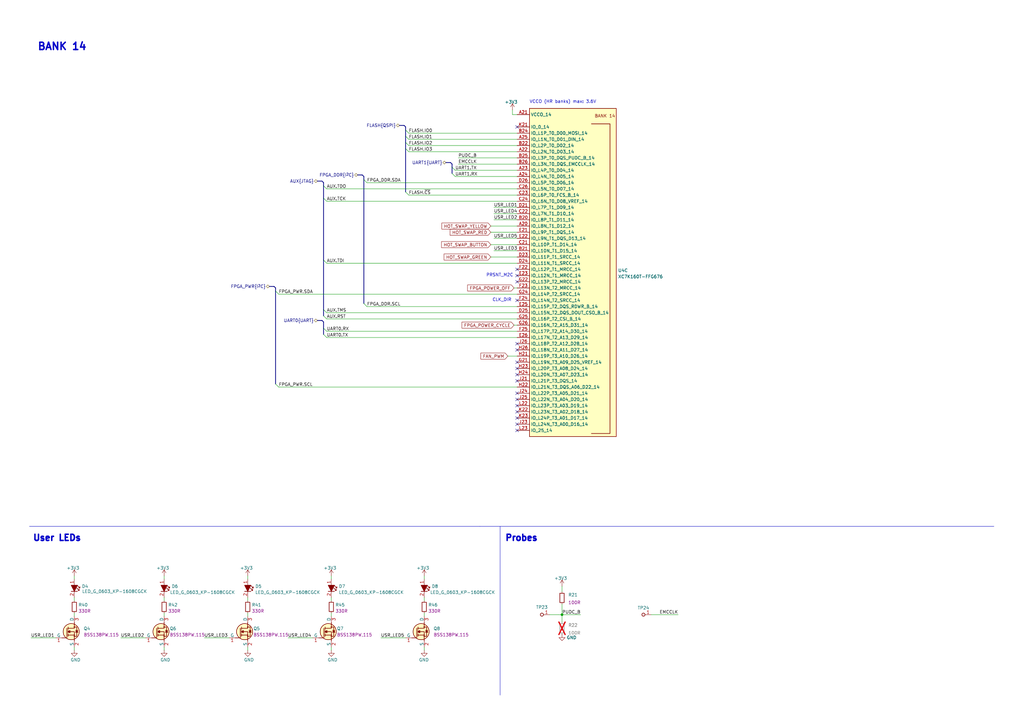
<source format=kicad_sch>
(kicad_sch (version 20250114) (generator "eeschema") (generator_version "9.0")
  (paper "A3")
  (title_block (title "SO-DIMM DDR5 Tester") (date "2025-11-26") (rev "1.3.0") (company "Antmicro Ltd.") (comment 1 "www.antmicro.com") (comment 2 "Antmicro Ltd"))
  (lib_symbols
    (symbol "antmicroFPGAChips:XC7K160T-FFG676"
      (property "Reference" "U" (at 68.58 2.54 0))
      (property "Value" "XC7K160T-FFG676" (at 68.58 0 0))
      (symbol "XC7K160T-FFG676_1_1"
        (text "BANK 12" (at 24.13 -1.27 0) (effects (font (size 1.27 1.27)) (justify left bottom)))
        (pin power_in line (at 0 0 0) (length 5.08) (name "VCCO_12") (number "AA21"))
        (pin passive line (at 0 0 0) (length 5.08) (hide yes) (name "VCCO_12") (number "AC25"))
        (pin passive line (at 0 0 0) (length 5.08) (hide yes) (name "VCCO_12") (number "AD22"))
        (pin passive line (at 0 0 0) (length 5.08) (hide yes) (name "VCCO_12") (number "AF26"))
        (pin passive line (at 0 0 0) (length 5.08) (hide yes) (name "VCCO_12") (number "U23"))
        (pin passive line (at 0 0 0) (length 5.08) (hide yes) (name "VCCO_12") (number "V20"))
        (pin passive line (at 0 0 0) (length 5.08) (hide yes) (name "VCCO_12") (number "Y24"))
        (pin bidirectional line (at 0 -5.08 0) (length 5.08) (name "IO_0_12") (number "U21"))
        (pin bidirectional line (at 0 -7.62 0) (length 5.08) (name "IO_L1P_T0_12") (number "U22"))
        (pin bidirectional line (at 0 -10.16 0) (length 5.08) (name "IO_L1N_T0_12") (number "V22"))
        (pin bidirectional line (at 0 -12.7 0) (length 5.08) (name "IO_L2P_T0_12") (number "U24"))
        (pin bidirectional line (at 0 -15.24 0) (length 5.08) (name "IO_L2N_T0_12") (number "U25"))
        (pin bidirectional line (at 0 -17.78 0) (length 5.08) (name "IO_L3P_T0_DQS_12") (number "V23"))
        (pin bidirectional line (at 0 -20.32 0) (length 5.08) (name "IO_L3N_T0_DQS_12") (number "V24"))
        (pin bidirectional line (at 0 -22.86 0) (length 5.08) (name "IO_L4P_T0_12") (number "U26"))
        (pin bidirectional line (at 0 -25.4 0) (length 5.08) (name "IO_L4N_T0_12") (number "V26"))
        (pin bidirectional line (at 0 -27.94 0) (length 5.08) (name "IO_L5P_T0_12") (number "W25"))
        (pin bidirectional line (at 0 -30.48 0) (length 5.08) (name "IO_L5N_T0_12") (number "W26"))
        (pin bidirectional line (at 0 -33.02 0) (length 5.08) (name "IO_L6P_T0_12") (number "V21"))
        (pin bidirectional line (at 0 -35.56 0) (length 5.08) (name "IO_L6N_T0_VREF_12") (number "W21"))
        (pin bidirectional line (at 0 -38.1 0) (length 5.08) (name "IO_L7P_T1_12") (number "AA25"))
        (pin bidirectional line (at 0 -40.64 0) (length 5.08) (name "IO_L7N_T1_12") (number "AB25"))
        (pin bidirectional line (at 0 -43.18 0) (length 5.08) (name "IO_L8P_T1_12") (number "W23"))
        (pin bidirectional line (at 0 -45.72 0) (length 5.08) (name "IO_L8N_T1_12") (number "W24"))
        (pin bidirectional line (at 0 -48.26 0) (length 5.08) (name "IO_L9P_T1_DQS_12") (number "AB26"))
        (pin bidirectional line (at 0 -50.8 0) (length 5.08) (name "IO_L9N_T1_DQS_12") (number "AC26"))
        (pin bidirectional line (at 0 -53.34 0) (length 5.08) (name "IO_L10P_T1_12") (number "Y25"))
        (pin bidirectional line (at 0 -55.88 0) (length 5.08) (name "IO_L10N_T1_12") (number "Y26"))
        (pin bidirectional line (at 0 -58.42 0) (length 5.08) (name "IO_L11P_T1_SRCC_12") (number "AA23"))
        (pin bidirectional line (at 0 -60.96 0) (length 5.08) (name "IO_L11N_T1_SRCC_12") (number "AB24"))
        (pin bidirectional line (at 0 -63.5 0) (length 5.08) (name "IO_L12P_T1_MRCC_12") (number "Y23"))
        (pin bidirectional line (at 0 -66.04 0) (length 5.08) (name "IO_L12N_T1_MRCC_12") (number "AA24"))
        (pin bidirectional line (at 0 -68.58 0) (length 5.08) (name "IO_L13P_T2_MRCC_12") (number "Y22"))
        (pin bidirectional line (at 0 -71.12 0) (length 5.08) (name "IO_L13N_T2_MRCC_12") (number "AA22"))
        (pin bidirectional line (at 0 -73.66 0) (length 5.08) (name "IO_L14P_T2_SRCC_12") (number "AC23"))
        (pin bidirectional line (at 0 -76.2 0) (length 5.08) (name "IO_L14N_T2_SRCC_12") (number "AC24"))
        (pin bidirectional line (at 0 -78.74 0) (length 5.08) (name "IO_L15P_T2_DQS_12") (number "W20"))
        (pin bidirectional line (at 0 -81.28 0) (length 5.08) (name "IO_L15N_T2_DQS_12") (number "Y21"))
        (pin bidirectional line (at 0 -83.82 0) (length 5.08) (name "IO_L16P_T2_12") (number "AD23"))
        (pin bidirectional line (at 0 -86.36 0) (length 5.08) (name "IO_L16N_T2_12") (number "AD24"))
        (pin bidirectional line (at 0 -88.9 0) (length 5.08) (name "IO_L17P_T2_12") (number "AB22"))
        (pin bidirectional line (at 0 -91.44 0) (length 5.08) (name "IO_L17N_T2_12") (number "AC22"))
        (pin bidirectional line (at 0 -93.98 0) (length 5.08) (name "IO_L18P_T2_12") (number "AB21"))
        (pin bidirectional line (at 0 -96.52 0) (length 5.08) (name "IO_L18N_T2_12") (number "AC21"))
        (pin bidirectional line (at 0 -99.06 0) (length 5.08) (name "IO_L19P_T3_12") (number "AD21"))
        (pin bidirectional line (at 0 -101.6 0) (length 5.08) (name "IO_L19N_T3_VREF_12") (number "AE21"))
        (pin bidirectional line (at 0 -104.14 0) (length 5.08) (name "IO_L20P_T3_12") (number "AF24"))
        (pin bidirectional line (at 0 -106.68 0) (length 5.08) (name "IO_L20N_T3_12") (number "AF25"))
        (pin bidirectional line (at 0 -109.22 0) (length 5.08) (name "IO_L21P_T3_DQS_12") (number "AD26"))
        (pin bidirectional line (at 0 -111.76 0) (length 5.08) (name "IO_L21N_T3_DQS_12") (number "AE26"))
        (pin bidirectional line (at 0 -114.3 0) (length 5.08) (name "IO_L22P_T3_12") (number "AE23"))
        (pin bidirectional line (at 0 -116.84 0) (length 5.08) (name "IO_L22N_T3_12") (number "AF23"))
        (pin bidirectional line (at 0 -119.38 0) (length 5.08) (name "IO_L23P_T3_12") (number "AD25"))
        (pin bidirectional line (at 0 -121.92 0) (length 5.08) (name "IO_L23N_T3_12") (number "AE25"))
        (pin bidirectional line (at 0 -124.46 0) (length 5.08) (name "IO_L24P_T3_12") (number "AE22"))
        (pin bidirectional line (at 0 -127 0) (length 5.08) (name "IO_L24N_T3_12") (number "AF22"))
        (pin bidirectional line (at 0 -129.54 0) (length 5.08) (name "IO_25_12") (number "Y20"))
      )
      (symbol "XC7K160T-FFG676_2_1"
        (text "BANK 13" (at 24.13 -1.27 0) (effects (font (size 1.27 1.27)) (justify left bottom)))
        (pin power_in line (at 0 0 0) (length 5.08) (name "VCCO_13") (number "K24"))
        (pin passive line (at 0 0 0) (length 5.08) (hide yes) (name "VCCO_13") (number "N25"))
        (pin passive line (at 0 0 0) (length 5.08) (hide yes) (name "VCCO_13") (number "P22"))
        (pin passive line (at 0 0 0) (length 5.08) (hide yes) (name "VCCO_13") (number "R19"))
        (pin passive line (at 0 0 0) (length 5.08) (hide yes) (name "VCCO_13") (number "T16"))
        (pin passive line (at 0 0 0) (length 5.08) (hide yes) (name "VCCO_13") (number "T26"))
        (pin bidirectional line (at 0 -5.08 0) (length 5.08) (name "IO_0_13") (number "N16"))
        (pin bidirectional line (at 0 -7.62 0) (length 5.08) (name "IO_L1P_T0_13") (number "K25"))
        (pin bidirectional line (at 0 -10.16 0) (length 5.08) (name "IO_L1N_T0_13") (number "K26"))
        (pin bidirectional line (at 0 -12.7 0) (length 5.08) (name "IO_L2P_T0_13") (number "R26"))
        (pin bidirectional line (at 0 -15.24 0) (length 5.08) (name "IO_L2N_T0_13") (number "P26"))
        (pin bidirectional line (at 0 -17.78 0) (length 5.08) (name "IO_L3P_T0_DQS_13") (number "M25"))
        (pin bidirectional line (at 0 -20.32 0) (length 5.08) (name "IO_L3N_T0_DQS_13") (number "L25"))
        (pin bidirectional line (at 0 -22.86 0) (length 5.08) (name "IO_L4P_T0_13") (number "P24"))
        (pin bidirectional line (at 0 -25.4 0) (length 5.08) (name "IO_L4N_T0_13") (number "N24"))
        (pin bidirectional line (at 0 -27.94 0) (length 5.08) (name "IO_L5P_T0_13") (number "N26"))
        (pin bidirectional line (at 0 -30.48 0) (length 5.08) (name "IO_L5N_T0_13") (number "M26"))
        (pin bidirectional line (at 0 -33.02 0) (length 5.08) (name "IO_L6P_T0_13") (number "R25"))
        (pin bidirectional line (at 0 -35.56 0) (length 5.08) (name "IO_L6N_T0_VREF_13") (number "P25"))
        (pin bidirectional line (at 0 -38.1 0) (length 5.08) (name "IO_L7P_T1_13") (number "N19"))
        (pin bidirectional line (at 0 -40.64 0) (length 5.08) (name "IO_L7N_T1_13") (number "M20"))
        (pin bidirectional line (at 0 -43.18 0) (length 5.08) (name "IO_L8P_T1_13") (number "M24"))
        (pin bidirectional line (at 0 -45.72 0) (length 5.08) (name "IO_L8N_T1_13") (number "L24"))
        (pin bidirectional line (at 0 -48.26 0) (length 5.08) (name "IO_L9P_T1_DQS_13") (number "P19"))
        (pin bidirectional line (at 0 -50.8 0) (length 5.08) (name "IO_L9N_T1_DQS_13") (number "P20"))
        (pin bidirectional line (at 0 -53.34 0) (length 5.08) (name "IO_L10P_T1_13") (number "M21"))
        (pin bidirectional line (at 0 -55.88 0) (length 5.08) (name "IO_L10N_T1_13") (number "M22"))
        (pin bidirectional line (at 0 -58.42 0) (length 5.08) (name "IO_L11P_T1_SRCC_13") (number "P23"))
        (pin bidirectional line (at 0 -60.96 0) (length 5.08) (name "IO_L11N_T1_SRCC_13") (number "N23"))
        (pin bidirectional line (at 0 -63.5 0) (length 5.08) (name "IO_L12P_T1_MRCC_13") (number "N21"))
        (pin bidirectional line (at 0 -66.04 0) (length 5.08) (name "IO_L12N_T1_MRCC_13") (number "N22"))
        (pin bidirectional line (at 0 -68.58 0) (length 5.08) (name "IO_L13P_T2_MRCC_13") (number "R21"))
        (pin bidirectional line (at 0 -71.12 0) (length 5.08) (name "IO_L13N_T2_MRCC_13") (number "P21"))
        (pin bidirectional line (at 0 -73.66 0) (length 5.08) (name "IO_L14P_T2_SRCC_13") (number "R22"))
        (pin bidirectional line (at 0 -76.2 0) (length 5.08) (name "IO_L14N_T2_SRCC_13") (number "R23"))
        (pin bidirectional line (at 0 -78.74 0) (length 5.08) (name "IO_L15P_T2_DQS_13") (number "T24"))
        (pin bidirectional line (at 0 -81.28 0) (length 5.08) (name "IO_L15N_T2_DQS_13") (number "T25"))
        (pin bidirectional line (at 0 -83.82 0) (length 5.08) (name "IO_L16P_T2_13") (number "T20"))
        (pin bidirectional line (at 0 -86.36 0) (length 5.08) (name "IO_L16N_T2_13") (number "R20"))
        (pin bidirectional line (at 0 -88.9 0) (length 5.08) (name "IO_L17P_T2_13") (number "T22"))
        (pin bidirectional line (at 0 -91.44 0) (length 5.08) (name "IO_L17N_T2_13") (number "T23"))
        (pin bidirectional line (at 0 -93.98 0) (length 5.08) (name "IO_L18P_T2_13") (number "U19"))
        (pin bidirectional line (at 0 -96.52 0) (length 5.08) (name "IO_L18N_T2_13") (number "U20"))
        (pin bidirectional line (at 0 -99.06 0) (length 5.08) (name "IO_L19P_T3_13") (number "T18"))
        (pin bidirectional line (at 0 -101.6 0) (length 5.08) (name "IO_L19N_T3_VREF_13") (number "T19"))
        (pin bidirectional line (at 0 -104.14 0) (length 5.08) (name "IO_L20P_T3_13") (number "P16"))
        (pin bidirectional line (at 0 -106.68 0) (length 5.08) (name "IO_L20N_T3_13") (number "N17"))
        (pin bidirectional line (at 0 -109.22 0) (length 5.08) (name "IO_L21P_T3_DQS_13") (number "R16"))
        (pin bidirectional line (at 0 -111.76 0) (length 5.08) (name "IO_L21N_T3_DQS_13") (number "R17"))
        (pin bidirectional line (at 0 -114.3 0) (length 5.08) (name "IO_L22P_T3_13") (number "N18"))
        (pin bidirectional line (at 0 -116.84 0) (length 5.08) (name "IO_L22N_T3_13") (number "M19"))
        (pin bidirectional line (at 0 -119.38 0) (length 5.08) (name "IO_L23P_T3_13") (number "U17"))
        (pin bidirectional line (at 0 -121.92 0) (length 5.08) (name "IO_L23N_T3_13") (number "T17"))
        (pin bidirectional line (at 0 -124.46 0) (length 5.08) (name "IO_L24P_T3_13") (number "R18"))
        (pin bidirectional line (at 0 -127 0) (length 5.08) (name "IO_L24N_T3_13") (number "P18"))
        (pin bidirectional line (at 0 -129.54 0) (length 5.08) (name "IO_25_13") (number "U16"))
      )
      (symbol "XC7K160T-FFG676_3_1"
        (text "BANK 14" (at 31.75 -1.27 0) (effects (font (size 1.27 1.27)) (justify left bottom)))
        (pin power_in line (at 0 0 0) (length 5.08) (name "VCCO_14") (number "A21"))
        (pin passive line (at 0 0 0) (length 5.08) (hide yes) (name "VCCO_14") (number "C25"))
        (pin passive line (at 0 0 0) (length 5.08) (hide yes) (name "VCCO_14") (number "D22"))
        (pin passive line (at 0 0 0) (length 5.08) (hide yes) (name "VCCO_14") (number "F26"))
        (pin passive line (at 0 0 0) (length 5.08) (hide yes) (name "VCCO_14") (number "G23"))
        (pin passive line (at 0 0 0) (length 5.08) (hide yes) (name "VCCO_14") (number "L21"))
        (pin bidirectional line (at 0 -5.08 0) (length 5.08) (name "IO_0_14") (number "K21"))
        (pin bidirectional line (at 0 -7.62 0) (length 5.08) (name "IO_L1P_T0_D00_MOSI_14") (number "B24"))
        (pin bidirectional line (at 0 -10.16 0) (length 5.08) (name "IO_L1N_T0_D01_DIN_14") (number "A25"))
        (pin bidirectional line (at 0 -12.7 0) (length 5.08) (name "IO_L2P_T0_D02_14") (number "B22"))
        (pin bidirectional line (at 0 -15.24 0) (length 5.08) (name "IO_L2N_T0_D03_14") (number "A22"))
        (pin bidirectional line (at 0 -17.78 0) (length 5.08) (name "IO_L3P_T0_DQS_PUDC_B_14") (number "B25"))
        (pin bidirectional line (at 0 -20.32 0) (length 5.08) (name "IO_L3N_T0_DQS_EMCCLK_14") (number "B26"))
        (pin bidirectional line (at 0 -22.86 0) (length 5.08) (name "IO_L4P_T0_D04_14") (number "A23"))
        (pin bidirectional line (at 0 -25.4 0) (length 5.08) (name "IO_L4N_T0_D05_14") (number "A24"))
        (pin bidirectional line (at 0 -27.94 0) (length 5.08) (name "IO_L5P_T0_D06_14") (number "D26"))
        (pin bidirectional line (at 0 -30.48 0) (length 5.08) (name "IO_L5N_T0_D07_14") (number "C26"))
        (pin bidirectional line (at 0 -33.02 0) (length 5.08) (name "IO_L6P_T0_FCS_B_14") (number "C23"))
        (pin bidirectional line (at 0 -35.56 0) (length 5.08) (name "IO_L6N_T0_D08_VREF_14") (number "C24"))
        (pin bidirectional line (at 0 -38.1 0) (length 5.08) (name "IO_L7P_T1_D09_14") (number "D21"))
        (pin bidirectional line (at 0 -40.64 0) (length 5.08) (name "IO_L7N_T1_D10_14") (number "C22"))
        (pin bidirectional line (at 0 -43.18 0) (length 5.08) (name "IO_L8P_T1_D11_14") (number "B20"))
        (pin bidirectional line (at 0 -45.72 0) (length 5.08) (name "IO_L8N_T1_D12_14") (number "A20"))
        (pin bidirectional line (at 0 -48.26 0) (length 5.08) (name "IO_L9P_T1_DQS_14") (number "E21"))
        (pin bidirectional line (at 0 -50.8 0) (length 5.08) (name "IO_L9N_T1_DQS_D13_14") (number "E22"))
        (pin bidirectional line (at 0 -53.34 0) (length 5.08) (name "IO_L10P_T1_D14_14") (number "C21"))
        (pin bidirectional line (at 0 -55.88 0) (length 5.08) (name "IO_L10N_T1_D15_14") (number "B21"))
        (pin bidirectional line (at 0 -58.42 0) (length 5.08) (name "IO_L11P_T1_SRCC_14") (number "D23"))
        (pin bidirectional line (at 0 -60.96 0) (length 5.08) (name "IO_L11N_T1_SRCC_14") (number "D24"))
        (pin bidirectional line (at 0 -63.5 0) (length 5.08) (name "IO_L12P_T1_MRCC_14") (number "F22"))
        (pin bidirectional line (at 0 -66.04 0) (length 5.08) (name "IO_L12N_T1_MRCC_14") (number "E23"))
        (pin bidirectional line (at 0 -68.58 0) (length 5.08) (name "IO_L13P_T2_MRCC_14") (number "G22"))
        (pin bidirectional line (at 0 -71.12 0) (length 5.08) (name "IO_L13N_T2_MRCC_14") (number "F23"))
        (pin bidirectional line (at 0 -73.66 0) (length 5.08) (name "IO_L14P_T2_SRCC_14") (number "G24"))
        (pin bidirectional line (at 0 -76.2 0) (length 5.08) (name "IO_L14N_T2_SRCC_14") (number "F24"))
        (pin bidirectional line (at 0 -78.74 0) (length 5.08) (name "IO_L15P_T2_DQS_RDWR_B_14") (number "E25"))
        (pin bidirectional line (at 0 -81.28 0) (length 5.08) (name "IO_L15N_T2_DQS_DOUT_CSO_B_14") (number "D25"))
        (pin bidirectional line (at 0 -83.82 0) (length 5.08) (name "IO_L16P_T2_CSI_B_14") (number "G25"))
        (pin bidirectional line (at 0 -86.36 0) (length 5.08) (name "IO_L16N_T2_A15_D31_14") (number "G26"))
        (pin bidirectional line (at 0 -88.9 0) (length 5.08) (name "IO_L17P_T2_A14_D30_14") (number "F25"))
        (pin bidirectional line (at 0 -91.44 0) (length 5.08) (name "IO_L17N_T2_A13_D29_14") (number "E26"))
        (pin bidirectional line (at 0 -93.98 0) (length 5.08) (name "IO_L18P_T2_A12_D28_14") (number "J26"))
        (pin bidirectional line (at 0 -96.52 0) (length 5.08) (name "IO_L18N_T2_A11_D27_14") (number "H26"))
        (pin bidirectional line (at 0 -99.06 0) (length 5.08) (name "IO_L19P_T3_A10_D26_14") (number "H21"))
        (pin bidirectional line (at 0 -101.6 0) (length 5.08) (name "IO_L19N_T3_A09_D25_VREF_14") (number "G21"))
        (pin bidirectional line (at 0 -104.14 0) (length 5.08) (name "IO_L20P_T3_A08_D24_14") (number "H23"))
        (pin bidirectional line (at 0 -106.68 0) (length 5.08) (name "IO_L20N_T3_A07_D23_14") (number "H24"))
        (pin bidirectional line (at 0 -109.22 0) (length 5.08) (name "IO_L21P_T3_DQS_14") (number "J21"))
        (pin bidirectional line (at 0 -111.76 0) (length 5.08) (name "IO_L21N_T3_DQS_A06_D22_14") (number "H22"))
        (pin bidirectional line (at 0 -114.3 0) (length 5.08) (name "IO_L22P_T3_A05_D21_14") (number "J24"))
        (pin bidirectional line (at 0 -116.84 0) (length 5.08) (name "IO_L22N_T3_A04_D20_14") (number "J25"))
        (pin bidirectional line (at 0 -119.38 0) (length 5.08) (name "IO_L23P_T3_A03_D19_14") (number "L22"))
        (pin bidirectional line (at 0 -121.92 0) (length 5.08) (name "IO_L23N_T3_A02_D18_14") (number "K22"))
        (pin bidirectional line (at 0 -124.46 0) (length 5.08) (name "IO_L24P_T3_A01_D17_14") (number "K23"))
        (pin bidirectional line (at 0 -127 0) (length 5.08) (name "IO_L24N_T3_A00_D16_14") (number "J23"))
        (pin bidirectional line (at 0 -129.54 0) (length 5.08) (name "IO_25_14") (number "L23"))
      )
      (symbol "XC7K160T-FFG676_4_1"
        (text "BANK 15" (at 31.75 -1.27 0) (effects (font (size 1.27 1.27)) (justify left bottom)))
        (pin power_in line (at 0 0 0) (length 5.08) (name "VCCO_15") (number "B18"))
        (pin passive line (at 0 0 0) (length 5.08) (hide yes) (name "VCCO_15") (number "E19"))
        (pin passive line (at 0 0 0) (length 5.08) (hide yes) (name "VCCO_15") (number "F16"))
        (pin passive line (at 0 0 0) (length 5.08) (hide yes) (name "VCCO_15") (number "H20"))
        (pin passive line (at 0 0 0) (length 5.08) (hide yes) (name "VCCO_15") (number "J17"))
        (pin passive line (at 0 0 0) (length 5.08) (hide yes) (name "VCCO_15") (number "M18"))
        (pin bidirectional line (at 0 -5.08 0) (length 5.08) (name "IO_0_15") (number "K15"))
        (pin bidirectional line (at 0 -7.62 0) (length 5.08) (name "IO_L1P_T0_AD0P_15") (number "C16"))
        (pin bidirectional line (at 0 -10.16 0) (length 5.08) (name "IO_L1N_T0_AD0N_15") (number "B16"))
        (pin bidirectional line (at 0 -12.7 0) (length 5.08) (name "IO_L2P_T0_AD8P_15") (number "A18"))
        (pin bidirectional line (at 0 -15.24 0) (length 5.08) (name "IO_L2N_T0_AD8N_15") (number "A19"))
        (pin bidirectional line (at 0 -17.78 0) (length 5.08) (name "IO_L3P_T0_DQS_AD1P_15") (number "B17"))
        (pin bidirectional line (at 0 -20.32 0) (length 5.08) (name "IO_L3N_T0_DQS_AD1N_15") (number "A17"))
        (pin bidirectional line (at 0 -22.86 0) (length 5.08) (name "IO_L4P_T0_AD9P_15") (number "C19"))
        (pin bidirectional line (at 0 -25.4 0) (length 5.08) (name "IO_L4N_T0_AD9N_15") (number "B19"))
        (pin bidirectional line (at 0 -27.94 0) (length 5.08) (name "IO_L5P_T0_AD2P_15") (number "C17"))
        (pin bidirectional line (at 0 -30.48 0) (length 5.08) (name "IO_L5N_T0_AD2N_15") (number "C18"))
        (pin bidirectional line (at 0 -33.02 0) (length 5.08) (name "IO_L6P_T0_15") (number "D15"))
        (pin bidirectional line (at 0 -35.56 0) (length 5.08) (name "IO_L6N_T0_VREF_15") (number "D16"))
        (pin bidirectional line (at 0 -38.1 0) (length 5.08) (name "IO_L7P_T1_AD10P_15") (number "H16"))
        (pin bidirectional line (at 0 -40.64 0) (length 5.08) (name "IO_L7N_T1_AD10N_15") (number "G16"))
        (pin bidirectional line (at 0 -43.18 0) (length 5.08) (name "IO_L8P_T1_AD3P_15") (number "G15"))
        (pin bidirectional line (at 0 -45.72 0) (length 5.08) (name "IO_L8N_T1_AD3N_15") (number "F15"))
        (pin bidirectional line (at 0 -48.26 0) (length 5.08) (name "IO_L9P_T1_DQS_AD11P_15") (number "J15"))
        (pin bidirectional line (at 0 -50.8 0) (length 5.08) (name "IO_L9N_T1_DQS_AD11N_15") (number "J16"))
        (pin bidirectional line (at 0 -53.34 0) (length 5.08) (name "IO_L10P_T1_AD4P_15") (number "E15"))
        (pin bidirectional line (at 0 -55.88 0) (length 5.08) (name "IO_L10N_T1_AD4N_15") (number "E16"))
        (pin bidirectional line (at 0 -58.42 0) (length 5.08) (name "IO_L11P_T1_SRCC_AD12P_15") (number "G17"))
        (pin bidirectional line (at 0 -60.96 0) (length 5.08) (name "IO_L11N_T1_SRCC_AD12N_15") (number "F18"))
        (pin bidirectional line (at 0 -63.5 0) (length 5.08) (name "IO_L12P_T1_MRCC_AD5P_15") (number "F17"))
        (pin bidirectional line (at 0 -66.04 0) (length 5.08) (name "IO_L12N_T1_MRCC_AD5N_15") (number "E17"))
        (pin bidirectional line (at 0 -68.58 0) (length 5.08) (name "IO_L13P_T2_MRCC_15") (number "E18"))
        (pin bidirectional line (at 0 -71.12 0) (length 5.08) (name "IO_L13N_T2_MRCC_15") (number "D18"))
        (pin bidirectional line (at 0 -73.66 0) (length 5.08) (name "IO_L14P_T2_SRCC_15") (number "H17"))
        (pin bidirectional line (at 0 -76.2 0) (length 5.08) (name "IO_L14N_T2_SRCC_15") (number "H18"))
        (pin bidirectional line (at 0 -78.74 0) (length 5.08) (name "IO_L15P_T2_DQS_15") (number "D19"))
        (pin bidirectional line (at 0 -81.28 0) (length 5.08) (name "IO_L15N_T2_DQS_ADV_B_15") (number "D20"))
        (pin bidirectional line (at 0 -83.82 0) (length 5.08) (name "IO_L16P_T2_A28_15") (number "G19"))
        (pin bidirectional line (at 0 -86.36 0) (length 5.08) (name "IO_L16N_T2_A27_15") (number "F20"))
        (pin bidirectional line (at 0 -88.9 0) (length 5.08) (name "IO_L17P_T2_A26_15") (number "F19"))
        (pin bidirectional line (at 0 -91.44 0) (length 5.08) (name "IO_L17N_T2_A25_15") (number "E20"))
        (pin bidirectional line (at 0 -93.98 0) (length 5.08) (name "IO_L18P_T2_A24_15") (number "H19"))
        (pin bidirectional line (at 0 -96.52 0) (length 5.08) (name "IO_L18N_T2_A23_15") (number "G20"))
        (pin bidirectional line (at 0 -99.06 0) (length 5.08) (name "IO_L19P_T3_A22_15") (number "K20"))
        (pin bidirectional line (at 0 -101.6 0) (length 5.08) (name "IO_L19N_T3_A21_VREF_15") (number "J20"))
        (pin bidirectional line (at 0 -104.14 0) (length 5.08) (name "IO_L20P_T3_A20_15") (number "J18"))
        (pin bidirectional line (at 0 -106.68 0) (length 5.08) (name "IO_L20N_T3_A19_15") (number "J19"))
        (pin bidirectional line (at 0 -109.22 0) (length 5.08) (name "IO_L21P_T3_DQS_15") (number "L19"))
        (pin bidirectional line (at 0 -111.76 0) (length 5.08) (name "IO_L21N_T3_DQS_A18_15") (number "L20"))
        (pin bidirectional line (at 0 -114.3 0) (length 5.08) (name "IO_L22P_T3_A17_15") (number "K16"))
        (pin bidirectional line (at 0 -116.84 0) (length 5.08) (name "IO_L22N_T3_A16_15") (number "K17"))
        (pin bidirectional line (at 0 -119.38 0) (length 5.08) (name "IO_L23P_T3_FOE_B_15") (number "M17"))
        (pin bidirectional line (at 0 -121.92 0) (length 5.08) (name "IO_L23N_T3_FWE_B_15") (number "L18"))
        (pin bidirectional line (at 0 -124.46 0) (length 5.08) (name "IO_L24P_T3_RS1_15") (number "L17"))
        (pin bidirectional line (at 0 -127 0) (length 5.08) (name "IO_L24N_T3_RS0_15") (number "K18"))
        (pin bidirectional line (at 0 -129.54 0) (length 5.08) (name "IO_25_15") (number "M16"))
      )
      (symbol "XC7K160T-FFG676_5_1"
        (text "BANK 16" (at 24.13 -1.27 0) (effects (font (size 1.27 1.27)) (justify left bottom)))
        (pin power_in line (at 0 0 0) (length 5.08) (name "VCCO_16") (number "A11"))
        (pin passive line (at 0 0 0) (length 5.08) (hide yes) (name "VCCO_16") (number "B8"))
        (pin passive line (at 0 0 0) (length 5.08) (hide yes) (name "VCCO_16") (number "C15"))
        (pin passive line (at 0 0 0) (length 5.08) (hide yes) (name "VCCO_16") (number "D12"))
        (pin passive line (at 0 0 0) (length 5.08) (hide yes) (name "VCCO_16") (number "E9"))
        (pin passive line (at 0 0 0) (length 5.08) (hide yes) (name "VCCO_16") (number "G13"))
        (pin passive line (at 0 0 0) (length 5.08) (hide yes) (name "VCCO_16") (number "H10"))
        (pin bidirectional line (at 0 -5.08 0) (length 5.08) (name "IO_0_16") (number "J8"))
        (pin bidirectional line (at 0 -7.62 0) (length 5.08) (name "IO_L1P_T0_16") (number "H9"))
        (pin bidirectional line (at 0 -10.16 0) (length 5.08) (name "IO_L1N_T0_16") (number "H8"))
        (pin bidirectional line (at 0 -12.7 0) (length 5.08) (name "IO_L2P_T0_16") (number "G10"))
        (pin bidirectional line (at 0 -15.24 0) (length 5.08) (name "IO_L2N_T0_16") (number "G9"))
        (pin bidirectional line (at 0 -17.78 0) (length 5.08) (name "IO_L3P_T0_DQS_16") (number "J13"))
        (pin bidirectional line (at 0 -20.32 0) (length 5.08) (name "IO_L3N_T0_DQS_16") (number "H13"))
        (pin bidirectional line (at 0 -22.86 0) (length 5.08) (name "IO_L4P_T0_16") (number "J11"))
        (pin bidirectional line (at 0 -25.4 0) (length 5.08) (name "IO_L4N_T0_16") (number "J10"))
        (pin bidirectional line (at 0 -27.94 0) (length 5.08) (name "IO_L5P_T0_16") (number "H14"))
        (pin bidirectional line (at 0 -30.48 0) (length 5.08) (name "IO_L5N_T0_16") (number "G14"))
        (pin bidirectional line (at 0 -33.02 0) (length 5.08) (name "IO_L6P_T0_16") (number "H12"))
        (pin bidirectional line (at 0 -35.56 0) (length 5.08) (name "IO_L6N_T0_VREF_16") (number "H11"))
        (pin bidirectional line (at 0 -38.1 0) (length 5.08) (name "IO_L7P_T1_16") (number "F9"))
        (pin bidirectional line (at 0 -40.64 0) (length 5.08) (name "IO_L7N_T1_16") (number "F8"))
        (pin bidirectional line (at 0 -43.18 0) (length 5.08) (name "IO_L8P_T1_16") (number "D9"))
        (pin bidirectional line (at 0 -45.72 0) (length 5.08) (name "IO_L8N_T1_16") (number "D8"))
        (pin bidirectional line (at 0 -48.26 0) (length 5.08) (name "IO_L9P_T1_DQS_16") (number "A9"))
        (pin bidirectional line (at 0 -50.8 0) (length 5.08) (name "IO_L9N_T1_DQS_16") (number "A8"))
        (pin bidirectional line (at 0 -53.34 0) (length 5.08) (name "IO_L10P_T1_16") (number "C9"))
        (pin bidirectional line (at 0 -55.88 0) (length 5.08) (name "IO_L10N_T1_16") (number "B9"))
        (pin bidirectional line (at 0 -58.42 0) (length 5.08) (name "IO_L11P_T1_SRCC_16") (number "G11"))
        (pin bidirectional line (at 0 -60.96 0) (length 5.08) (name "IO_L11N_T1_SRCC_16") (number "F10"))
        (pin bidirectional line (at 0 -63.5 0) (length 5.08) (name "IO_L12P_T1_MRCC_16") (number "E10"))
        (pin bidirectional line (at 0 -66.04 0) (length 5.08) (name "IO_L12N_T1_MRCC_16") (number "D10"))
        (pin bidirectional line (at 0 -68.58 0) (length 5.08) (name "IO_L13P_T2_MRCC_16") (number "C12"))
        (pin bidirectional line (at 0 -71.12 0) (length 5.08) (name "IO_L13N_T2_MRCC_16") (number "C11"))
        (pin bidirectional line (at 0 -73.66 0) (length 5.08) (name "IO_L14P_T2_SRCC_16") (number "E11"))
        (pin bidirectional line (at 0 -76.2 0) (length 5.08) (name "IO_L14N_T2_SRCC_16") (number "D11"))
        (pin bidirectional line (at 0 -78.74 0) (length 5.08) (name "IO_L15P_T2_DQS_16") (number "F14"))
        (pin bidirectional line (at 0 -81.28 0) (length 5.08) (name "IO_L15N_T2_DQS_16") (number "F13"))
        (pin bidirectional line (at 0 -83.82 0) (length 5.08) (name "IO_L16P_T2_16") (number "G12"))
        (pin bidirectional line (at 0 -86.36 0) (length 5.08) (name "IO_L16N_T2_16") (number "F12"))
        (pin bidirectional line (at 0 -88.9 0) (length 5.08) (name "IO_L17P_T2_16") (number "D14"))
        (pin bidirectional line (at 0 -91.44 0) (length 5.08) (name "IO_L17N_T2_16") (number "D13"))
        (pin bidirectional line (at 0 -93.98 0) (length 5.08) (name "IO_L18P_T2_16") (number "E13"))
        (pin bidirectional line (at 0 -96.52 0) (length 5.08) (name "IO_L18N_T2_16") (number "E12"))
        (pin bidirectional line (at 0 -99.06 0) (length 5.08) (name "IO_L19P_T3_16") (number "C14"))
        (pin bidirectional line (at 0 -101.6 0) (length 5.08) (name "IO_L19N_T3_VREF_16") (number "C13"))
        (pin bidirectional line (at 0 -104.14 0) (length 5.08) (name "IO_L20P_T3_16") (number "B12"))
        (pin bidirectional line (at 0 -106.68 0) (length 5.08) (name "IO_L20N_T3_16") (number "B11"))
        (pin bidirectional line (at 0 -109.22 0) (length 5.08) (name "IO_L21P_T3_DQS_16") (number "B14"))
        (pin bidirectional line (at 0 -111.76 0) (length 5.08) (name "IO_L21N_T3_DQS_16") (number "A14"))
        (pin bidirectional line (at 0 -114.3 0) (length 5.08) (name "IO_L22P_T3_16") (number "B10"))
        (pin bidirectional line (at 0 -116.84 0) (length 5.08) (name "IO_L22N_T3_16") (number "A10"))
        (pin bidirectional line (at 0 -119.38 0) (length 5.08) (name "IO_L23P_T3_16") (number "B15"))
        (pin bidirectional line (at 0 -121.92 0) (length 5.08) (name "IO_L23N_T3_16") (number "A15"))
        (pin bidirectional line (at 0 -124.46 0) (length 5.08) (name "IO_L24P_T3_16") (number "A13"))
        (pin bidirectional line (at 0 -127 0) (length 5.08) (name "IO_L24N_T3_16") (number "A12"))
        (pin bidirectional line (at 0 -129.54 0) (length 5.08) (name "IO_25_16") (number "J14"))
      )
      (symbol "XC7K160T-FFG676_6_1"
        (text "BANK 32" (at 24.13 -1.27 0) (effects (font (size 1.27 1.27)) (justify left bottom)))
        (pin power_in line (at 0 0 0) (length 5.08) (name "VCCO_32") (number "AB18"))
        (pin passive line (at 0 0 0) (length 5.08) (hide yes) (name "VCCO_32") (number "AC15"))
        (pin passive line (at 0 0 0) (length 5.08) (hide yes) (name "VCCO_32") (number "AE19"))
        (pin passive line (at 0 0 0) (length 5.08) (hide yes) (name "VCCO_32") (number "AF16"))
        (pin passive line (at 0 0 0) (length 5.08) (hide yes) (name "VCCO_32") (number "W17"))
        (pin passive line (at 0 0 0) (length 5.08) (hide yes) (name "VCCO_32") (number "Y14"))
        (pin bidirectional line (at 0 -5.08 0) (length 5.08) (name "IO_0_VRN_32") (number "V13"))
        (pin bidirectional line (at 0 -7.62 0) (length 5.08) (name "IO_L1P_T0_32") (number "AE17"))
        (pin bidirectional line (at 0 -10.16 0) (length 5.08) (name "IO_L1N_T0_32") (number "AF17"))
        (pin bidirectional line (at 0 -12.7 0) (length 5.08) (name "IO_L2P_T0_32") (number "AF14"))
        (pin bidirectional line (at 0 -15.24 0) (length 5.08) (name "IO_L2N_T0_32") (number "AF15"))
        (pin bidirectional line (at 0 -17.78 0) (length 5.08) (name "IO_L3P_T0_DQS_32") (number "AE18"))
        (pin bidirectional line (at 0 -20.32 0) (length 5.08) (name "IO_L3N_T0_DQS_32") (number "AF18"))
        (pin bidirectional line (at 0 -22.86 0) (length 5.08) (name "IO_L4P_T0_32") (number "AD15"))
        (pin bidirectional line (at 0 -25.4 0) (length 5.08) (name "IO_L4N_T0_32") (number "AE15"))
        (pin bidirectional line (at 0 -27.94 0) (length 5.08) (name "IO_L5P_T0_32") (number "AF19"))
        (pin bidirectional line (at 0 -30.48 0) (length 5.08) (name "IO_L5N_T0_32") (number "AF20"))
        (pin bidirectional line (at 0 -33.02 0) (length 5.08) (name "IO_L6P_T0_32") (number "AD16"))
        (pin bidirectional line (at 0 -35.56 0) (length 5.08) (name "IO_L6N_T0_VREF_32") (number "AE16"))
        (pin bidirectional line (at 0 -38.1 0) (length 5.08) (name "IO_L7P_T1_32") (number "AA14"))
        (pin bidirectional line (at 0 -40.64 0) (length 5.08) (name "IO_L7N_T1_32") (number "AA15"))
        (pin bidirectional line (at 0 -43.18 0) (length 5.08) (name "IO_L8P_T1_32") (number "AC14"))
        (pin bidirectional line (at 0 -45.72 0) (length 5.08) (name "IO_L8N_T1_32") (number "AD14"))
        (pin bidirectional line (at 0 -48.26 0) (length 5.08) (name "IO_L9P_T1_DQS_32") (number "Y15"))
        (pin bidirectional line (at 0 -50.8 0) (length 5.08) (name "IO_L9N_T1_DQS_32") (number "Y16"))
        (pin bidirectional line (at 0 -53.34 0) (length 5.08) (name "IO_L10P_T1_32") (number "AB14"))
        (pin bidirectional line (at 0 -55.88 0) (length 5.08) (name "IO_L10N_T1_32") (number "AB15"))
        (pin bidirectional line (at 0 -58.42 0) (length 5.08) (name "IO_L11P_T1_SRCC_32") (number "AA17"))
        (pin bidirectional line (at 0 -60.96 0) (length 5.08) (name "IO_L11N_T1_SRCC_32") (number "AA18"))
        (pin bidirectional line (at 0 -63.5 0) (length 5.08) (name "IO_L12P_T1_MRCC_32") (number "AB16"))
        (pin bidirectional line (at 0 -66.04 0) (length 5.08) (name "IO_L12N_T1_MRCC_32") (number "AC16"))
        (pin bidirectional line (at 0 -68.58 0) (length 5.08) (name "IO_L13P_T2_MRCC_32") (number "AC18"))
        (pin bidirectional line (at 0 -71.12 0) (length 5.08) (name "IO_L13N_T2_MRCC_32") (number "AD18"))
        (pin bidirectional line (at 0 -73.66 0) (length 5.08) (name "IO_L14P_T2_SRCC_32") (number "AB17"))
        (pin bidirectional line (at 0 -76.2 0) (length 5.08) (name "IO_L14N_T2_SRCC_32") (number "AC17"))
        (pin bidirectional line (at 0 -78.74 0) (length 5.08) (name "IO_L15P_T2_DQS_32") (number "AD20"))
        (pin bidirectional line (at 0 -81.28 0) (length 5.08) (name "IO_L15N_T2_DQS_32") (number "AE20"))
        (pin bidirectional line (at 0 -83.82 0) (length 5.08) (name "IO_L16P_T2_32") (number "AA19"))
        (pin bidirectional line (at 0 -86.36 0) (length 5.08) (name "IO_L16N_T2_32") (number "AA20"))
        (pin bidirectional line (at 0 -88.9 0) (length 5.08) (name "IO_L17P_T2_32") (number "AC19"))
        (pin bidirectional line (at 0 -91.44 0) (length 5.08) (name "IO_L17N_T2_32") (number "AD19"))
        (pin bidirectional line (at 0 -93.98 0) (length 5.08) (name "IO_L18P_T2_32") (number "AB19"))
        (pin bidirectional line (at 0 -96.52 0) (length 5.08) (name "IO_L18N_T2_32") (number "AB20"))
        (pin bidirectional line (at 0 -99.06 0) (length 5.08) (name "IO_L19P_T3_32") (number "Y17"))
        (pin bidirectional line (at 0 -101.6 0) (length 5.08) (name "IO_L19N_T3_VREF_32") (number "Y18"))
        (pin bidirectional line (at 0 -104.14 0) (length 5.08) (name "IO_L20P_T3_32") (number "V16"))
        (pin bidirectional line (at 0 -106.68 0) (length 5.08) (name "IO_L20N_T3_32") (number "V17"))
        (pin bidirectional line (at 0 -109.22 0) (length 5.08) (name "IO_L21P_T3_DQS_32") (number "W18"))
        (pin bidirectional line (at 0 -111.76 0) (length 5.08) (name "IO_L21N_T3_DQS_32") (number "W19"))
        (pin bidirectional line (at 0 -114.3 0) (length 5.08) (name "IO_L22P_T3_32") (number "W15"))
        (pin bidirectional line (at 0 -116.84 0) (length 5.08) (name "IO_L22N_T3_32") (number "W16"))
        (pin bidirectional line (at 0 -119.38 0) (length 5.08) (name "IO_L23P_T3_32") (number "V18"))
        (pin bidirectional line (at 0 -121.92 0) (length 5.08) (name "IO_L23N_T3_32") (number "V19"))
        (pin bidirectional line (at 0 -124.46 0) (length 5.08) (name "IO_L24P_T3_32") (number "V14"))
        (pin bidirectional line (at 0 -127 0) (length 5.08) (name "IO_L24N_T3_32") (number "W14"))
        (pin bidirectional line (at 0 -129.54 0) (length 5.08) (name "IO_25_VRP_32") (number "W13"))
      )
      (symbol "XC7K160T-FFG676_7_1"
        (text "BANK 33" (at 24.13 -1.27 0) (effects (font (size 1.27 1.27)) (justify left bottom)))
        (pin power_in line (at 0 0 0) (length 5.08) (name "VCCO_33") (number "AA11"))
        (pin passive line (at 0 0 0) (length 5.08) (hide yes) (name "VCCO_33") (number "AB8"))
        (pin passive line (at 0 0 0) (length 5.08) (hide yes) (name "VCCO_33") (number "AD12"))
        (pin passive line (at 0 0 0) (length 5.08) (hide yes) (name "VCCO_33") (number "AE9"))
        (pin passive line (at 0 0 0) (length 5.08) (hide yes) (name "VCCO_33") (number "V10"))
        (pin passive line (at 0 0 0) (length 5.08) (hide yes) (name "VCCO_33") (number "W7"))
        (pin bidirectional line (at 0 -5.08 0) (length 5.08) (name "IO_0_VRN_33") (number "U9"))
        (pin bidirectional line (at 0 -7.62 0) (length 5.08) (name "IO_L1P_T0_33") (number "V11"))
        (pin bidirectional line (at 0 -10.16 0) (length 5.08) (name "IO_L1N_T0_33") (number "W11"))
        (pin bidirectional line (at 0 -12.7 0) (length 5.08) (name "IO_L2P_T0_33") (number "V8"))
        (pin bidirectional line (at 0 -15.24 0) (length 5.08) (name "IO_L2N_T0_33") (number "V7"))
        (pin bidirectional line (at 0 -17.78 0) (length 5.08) (name "IO_L3P_T0_DQS_33") (number "W10"))
        (pin bidirectional line (at 0 -20.32 0) (length 5.08) (name "IO_L3N_T0_DQS_33") (number "W9"))
        (pin bidirectional line (at 0 -22.86 0) (length 5.08) (name "IO_L4P_T0_33") (number "Y8"))
        (pin bidirectional line (at 0 -25.4 0) (length 5.08) (name "IO_L4N_T0_33") (number "Y7"))
        (pin bidirectional line (at 0 -27.94 0) (length 5.08) (name "IO_L5P_T0_33") (number "Y11"))
        (pin bidirectional line (at 0 -30.48 0) (length 5.08) (name "IO_L5N_T0_33") (number "Y10"))
        (pin bidirectional line (at 0 -33.02 0) (length 5.08) (name "IO_L6P_T0_33") (number "V9"))
        (pin bidirectional line (at 0 -35.56 0) (length 5.08) (name "IO_L6N_T0_VREF_33") (number "W8"))
        (pin bidirectional line (at 0 -38.1 0) (length 5.08) (name "IO_L7P_T1_33") (number "AE7"))
        (pin bidirectional line (at 0 -40.64 0) (length 5.08) (name "IO_L7N_T1_33") (number "AF7"))
        (pin bidirectional line (at 0 -43.18 0) (length 5.08) (name "IO_L8P_T1_33") (number "AA8"))
        (pin bidirectional line (at 0 -45.72 0) (length 5.08) (name "IO_L8N_T1_33") (number "AA7"))
        (pin bidirectional line (at 0 -48.26 0) (length 5.08) (name "IO_L9P_T1_DQS_33") (number "AC8"))
        (pin bidirectional line (at 0 -50.8 0) (length 5.08) (name "IO_L9N_T1_DQS_33") (number "AD8"))
        (pin bidirectional line (at 0 -53.34 0) (length 5.08) (name "IO_L10P_T1_33") (number "AB7"))
        (pin bidirectional line (at 0 -55.88 0) (length 5.08) (name "IO_L10N_T1_33") (number "AC7"))
        (pin bidirectional line (at 0 -58.42 0) (length 5.08) (name "IO_L11P_T1_SRCC_33") (number "AA9"))
        (pin bidirectional line (at 0 -60.96 0) (length 5.08) (name "IO_L11N_T1_SRCC_33") (number "AB9"))
        (pin bidirectional line (at 0 -63.5 0) (length 5.08) (name "IO_L12P_T1_MRCC_33") (number "AC9"))
        (pin bidirectional line (at 0 -66.04 0) (length 5.08) (name "IO_L12N_T1_MRCC_33") (number "AD9"))
        (pin bidirectional line (at 0 -68.58 0) (length 5.08) (name "IO_L13P_T2_MRCC_33") (number "AB11"))
        (pin bidirectional line (at 0 -71.12 0) (length 5.08) (name "IO_L13N_T2_MRCC_33") (number "AC11"))
        (pin bidirectional line (at 0 -73.66 0) (length 5.08) (name "IO_L14P_T2_SRCC_33") (number "AA10"))
        (pin bidirectional line (at 0 -76.2 0) (length 5.08) (name "IO_L14N_T2_SRCC_33") (number "AB10"))
        (pin bidirectional line (at 0 -78.74 0) (length 5.08) (name "IO_L15P_T2_DQS_33") (number "AB12"))
        (pin bidirectional line (at 0 -81.28 0) (length 5.08) (name "IO_L15N_T2_DQS_33") (number "AC12"))
        (pin bidirectional line (at 0 -83.82 0) (length 5.08) (name "IO_L16P_T2_33") (number "AA13"))
        (pin bidirectional line (at 0 -86.36 0) (length 5.08) (name "IO_L16N_T2_33") (number "AA12"))
        (pin bidirectional line (at 0 -88.9 0) (length 5.08) (name "IO_L17P_T2_33") (number "AC13"))
        (pin bidirectional line (at 0 -91.44 0) (length 5.08) (name "IO_L17N_T2_33") (number "AD13"))
        (pin bidirectional line (at 0 -93.98 0) (length 5.08) (name "IO_L18P_T2_33") (number "Y13"))
        (pin bidirectional line (at 0 -96.52 0) (length 5.08) (name "IO_L18N_T2_33") (number "Y12"))
        (pin bidirectional line (at 0 -99.06 0) (length 5.08) (name "IO_L19P_T3_33") (number "AD11"))
        (pin bidirectional line (at 0 -101.6 0) (length 5.08) (name "IO_L19N_T3_VREF_33") (number "AE11"))
        (pin bidirectional line (at 0 -104.14 0) (length 5.08) (name "IO_L20P_T3_33") (number "AD10"))
        (pin bidirectional line (at 0 -106.68 0) (length 5.08) (name "IO_L20N_T3_33") (number "AE10"))
        (pin bidirectional line (at 0 -109.22 0) (length 5.08) (name "IO_L21P_T3_DQS_33") (number "AE12"))
        (pin bidirectional line (at 0 -111.76 0) (length 5.08) (name "IO_L21N_T3_DQS_33") (number "AF12"))
        (pin bidirectional line (at 0 -114.3 0) (length 5.08) (name "IO_L22P_T3_33") (number "AE8"))
        (pin bidirectional line (at 0 -116.84 0) (length 5.08) (name "IO_L22N_T3_33") (number "AF8"))
        (pin bidirectional line (at 0 -119.38 0) (length 5.08) (name "IO_L23P_T3_33") (number "AE13"))
        (pin bidirectional line (at 0 -121.92 0) (length 5.08) (name "IO_L23N_T3_33") (number "AF13"))
        (pin bidirectional line (at 0 -124.46 0) (length 5.08) (name "IO_L24P_T3_33") (number "AF10"))
        (pin bidirectional line (at 0 -127 0) (length 5.08) (name "IO_L24N_T3_33") (number "AF9"))
        (pin bidirectional line (at 0 -129.54 0) (length 5.08) (name "IO_25_VRP_33") (number "V12"))
      )
      (symbol "XC7K160T-FFG676_8_1"
        (text "BANK 34" (at 24.13 -1.27 0) (effects (font (size 1.27 1.27)) (justify left bottom)))
        (pin power_in line (at 0 0 0) (length 5.08) (name "VCCO_34") (number "AA1"))
        (pin passive line (at 0 0 0) (length 5.08) (hide yes) (name "VCCO_34") (number "AC5"))
        (pin passive line (at 0 0 0) (length 5.08) (hide yes) (name "VCCO_34") (number "AD2"))
        (pin passive line (at 0 0 0) (length 5.08) (hide yes) (name "VCCO_34") (number "AF6"))
        (pin passive line (at 0 0 0) (length 5.08) (hide yes) (name "VCCO_34") (number "U3"))
        (pin passive line (at 0 0 0) (length 5.08) (hide yes) (name "VCCO_34") (number "Y4"))
        (pin bidirectional line (at 0 -5.08 0) (length 5.08) (name "IO_0_VRN_34") (number "U4"))
        (pin bidirectional line (at 0 -7.62 0) (length 5.08) (name "IO_L1P_T0_34") (number "U6"))
        (pin bidirectional line (at 0 -10.16 0) (length 5.08) (name "IO_L1N_T0_34") (number "U5"))
        (pin bidirectional line (at 0 -12.7 0) (length 5.08) (name "IO_L2P_T0_34") (number "U2"))
        (pin bidirectional line (at 0 -15.24 0) (length 5.08) (name "IO_L2N_T0_34") (number "U1"))
        (pin bidirectional line (at 0 -17.78 0) (length 5.08) (name "IO_L3P_T0_DQS_34") (number "W6"))
        (pin bidirectional line (at 0 -20.32 0) (length 5.08) (name "IO_L3N_T0_DQS_34") (number "W5"))
        (pin bidirectional line (at 0 -22.86 0) (length 5.08) (name "IO_L4P_T0_34") (number "V3"))
        (pin bidirectional line (at 0 -25.4 0) (length 5.08) (name "IO_L4N_T0_34") (number "W3"))
        (pin bidirectional line (at 0 -27.94 0) (length 5.08) (name "IO_L5P_T0_34") (number "U7"))
        (pin bidirectional line (at 0 -30.48 0) (length 5.08) (name "IO_L5N_T0_34") (number "V6"))
        (pin bidirectional line (at 0 -33.02 0) (length 5.08) (name "IO_L6P_T0_34") (number "V4"))
        (pin bidirectional line (at 0 -35.56 0) (length 5.08) (name "IO_L6N_T0_VREF_34") (number "W4"))
        (pin bidirectional line (at 0 -38.1 0) (length 5.08) (name "IO_L7P_T1_34") (number "Y3"))
        (pin bidirectional line (at 0 -40.64 0) (length 5.08) (name "IO_L7N_T1_34") (number "Y2"))
        (pin bidirectional line (at 0 -43.18 0) (length 5.08) (name "IO_L8P_T1_34") (number "V2"))
        (pin bidirectional line (at 0 -45.72 0) (length 5.08) (name "IO_L8N_T1_34") (number "V1"))
        (pin bidirectional line (at 0 -48.26 0) (length 5.08) (name "IO_L9P_T1_DQS_34") (number "AB1"))
        (pin bidirectional line (at 0 -50.8 0) (length 5.08) (name "IO_L9N_T1_DQS_34") (number "AC1"))
        (pin bidirectional line (at 0 -53.34 0) (length 5.08) (name "IO_L10P_T1_34") (number "W1"))
        (pin bidirectional line (at 0 -55.88 0) (length 5.08) (name "IO_L10N_T1_34") (number "Y1"))
        (pin bidirectional line (at 0 -58.42 0) (length 5.08) (name "IO_L11P_T1_SRCC_34") (number "AB2"))
        (pin bidirectional line (at 0 -60.96 0) (length 5.08) (name "IO_L11N_T1_SRCC_34") (number "AC2"))
        (pin bidirectional line (at 0 -63.5 0) (length 5.08) (name "IO_L12P_T1_MRCC_34") (number "AA3"))
        (pin bidirectional line (at 0 -66.04 0) (length 5.08) (name "IO_L12N_T1_MRCC_34") (number "AA2"))
        (pin bidirectional line (at 0 -68.58 0) (length 5.08) (name "IO_L13P_T2_MRCC_34") (number "AA4"))
        (pin bidirectional line (at 0 -71.12 0) (length 5.08) (name "IO_L13N_T2_MRCC_34") (number "AB4"))
        (pin bidirectional line (at 0 -73.66 0) (length 5.08) (name "IO_L14P_T2_SRCC_34") (number "AC4"))
        (pin bidirectional line (at 0 -76.2 0) (length 5.08) (name "IO_L14N_T2_SRCC_34") (number "AC3"))
        (pin bidirectional line (at 0 -78.74 0) (length 5.08) (name "IO_L15P_T2_DQS_34") (number "AA5"))
        (pin bidirectional line (at 0 -81.28 0) (length 5.08) (name "IO_L15N_T2_DQS_34") (number "AB5"))
        (pin bidirectional line (at 0 -83.82 0) (length 5.08) (name "IO_L16P_T2_34") (number "AB6"))
        (pin bidirectional line (at 0 -86.36 0) (length 5.08) (name "IO_L16N_T2_34") (number "AC6"))
        (pin bidirectional line (at 0 -88.9 0) (length 5.08) (name "IO_L17P_T2_34") (number "Y6"))
        (pin bidirectional line (at 0 -91.44 0) (length 5.08) (name "IO_L17N_T2_34") (number "Y5"))
        (pin bidirectional line (at 0 -93.98 0) (length 5.08) (name "IO_L18P_T2_34") (number "AD6"))
        (pin bidirectional line (at 0 -96.52 0) (length 5.08) (name "IO_L18N_T2_34") (number "AD5"))
        (pin bidirectional line (at 0 -99.06 0) (length 5.08) (name "IO_L19P_T3_34") (number "AD4"))
        (pin bidirectional line (at 0 -101.6 0) (length 5.08) (name "IO_L19N_T3_VREF_34") (number "AD3"))
        (pin bidirectional line (at 0 -104.14 0) (length 5.08) (name "IO_L20P_T3_34") (number "AD1"))
        (pin bidirectional line (at 0 -106.68 0) (length 5.08) (name "IO_L20N_T3_34") (number "AE1"))
        (pin bidirectional line (at 0 -109.22 0) (length 5.08) (name "IO_L21P_T3_DQS_34") (number "AF5"))
        (pin bidirectional line (at 0 -111.76 0) (length 5.08) (name "IO_L21N_T3_DQS_34") (number "AF4"))
        (pin bidirectional line (at 0 -114.3 0) (length 5.08) (name "IO_L22P_T3_34") (number "AE3"))
        (pin bidirectional line (at 0 -116.84 0) (length 5.08) (name "IO_L22N_T3_34") (number "AE2"))
        (pin bidirectional line (at 0 -119.38 0) (length 5.08) (name "IO_L23P_T3_34") (number "AE6"))
        (pin bidirectional line (at 0 -121.92 0) (length 5.08) (name "IO_L23N_T3_34") (number "AE5"))
        (pin bidirectional line (at 0 -124.46 0) (length 5.08) (name "IO_L24P_T3_34") (number "AF3"))
        (pin bidirectional line (at 0 -127 0) (length 5.08) (name "IO_L24N_T3_34") (number "AF2"))
        (pin bidirectional line (at 0 -129.54 0) (length 5.08) (name "IO_25_VRP_34") (number "T7"))
      )
      (symbol "XC7K160T-FFG676_9_1"
        (text "GTX 115" (at 15.24 3.81 0) (effects (font (size 1.27 1.27)) (justify left bottom)))
        (text "GTX 116" (at 30.48 3.81 0) (effects (font (size 1.27 1.27)) (justify left bottom)))
        (pin bidirectional line (at 0 0 0) (length 5.08) (name "MGTXTXP0_115") (number "P2"))
        (pin bidirectional line (at 0 -2.54 0) (length 5.08) (name "MGTXTXN0_115") (number "P1"))
        (pin bidirectional line (at 0 -5.08 0) (length 5.08) (name "MGTXTXP1_115") (number "M2"))
        (pin bidirectional line (at 0 -7.62 0) (length 5.08) (name "MGTXTXN1_115") (number "M1"))
        (pin bidirectional line (at 0 -10.16 0) (length 5.08) (name "MGTXTXP2_115") (number "K2"))
        (pin bidirectional line (at 0 -12.7 0) (length 5.08) (name "MGTXTXN2_115") (number "K1"))
        (pin bidirectional line (at 0 -15.24 0) (length 5.08) (name "MGTXTXP3_115") (number "H2"))
        (pin bidirectional line (at 0 -17.78 0) (length 5.08) (name "MGTXTXN3_115") (number "H1"))
        (pin bidirectional line (at 0 -22.86 0) (length 5.08) (name "MGTXRXP0_115") (number "R4"))
        (pin bidirectional line (at 0 -25.4 0) (length 5.08) (name "MGTXRXN0_115") (number "R3"))
        (pin bidirectional line (at 0 -27.94 0) (length 5.08) (name "MGTXRXP1_115") (number "N4"))
        (pin bidirectional line (at 0 -30.48 0) (length 5.08) (name "MGTXRXN1_115") (number "N3"))
        (pin bidirectional line (at 0 -33.02 0) (length 5.08) (name "MGTXRXP2_115") (number "L4"))
        (pin bidirectional line (at 0 -35.56 0) (length 5.08) (name "MGTXRXN2_115") (number "L3"))
        (pin bidirectional line (at 0 -38.1 0) (length 5.08) (name "MGTXRXP3_115") (number "J4"))
        (pin bidirectional line (at 0 -40.64 0) (length 5.08) (name "MGTXRXN3_115") (number "J3"))
        (pin bidirectional line (at 0 -45.72 0) (length 5.08) (name "MGTREFCLK0P_115") (number "H6"))
        (pin bidirectional line (at 0 -48.26 0) (length 5.08) (name "MGTREFCLK0N_115") (number "H5"))
        (pin bidirectional line (at 0 -50.8 0) (length 5.08) (name "MGTREFCLK1P_115") (number "K6"))
        (pin bidirectional line (at 0 -53.34 0) (length 5.08) (name "MGTREFCLK1N_115") (number "K5"))
        (pin bidirectional line (at 54.61 0 180) (length 5.08) (name "MGTXTXP0_116") (number "F2"))
        (pin bidirectional line (at 54.61 -2.54 180) (length 5.08) (name "MGTXTXN0_116") (number "F1"))
        (pin bidirectional line (at 54.61 -5.08 180) (length 5.08) (name "MGTXTXP1_116") (number "D2"))
        (pin bidirectional line (at 54.61 -7.62 180) (length 5.08) (name "MGTXTXN1_116") (number "D1"))
        (pin bidirectional line (at 54.61 -10.16 180) (length 5.08) (name "MGTXTXP2_116") (number "B2"))
        (pin bidirectional line (at 54.61 -12.7 180) (length 5.08) (name "MGTXTXN2_116") (number "B1"))
        (pin bidirectional line (at 54.61 -15.24 180) (length 5.08) (name "MGTXTXP3_116") (number "A4"))
        (pin bidirectional line (at 54.61 -17.78 180) (length 5.08) (name "MGTXTXN3_116") (number "A3"))
        (pin bidirectional line (at 54.61 -22.86 180) (length 5.08) (name "MGTXRXP0_116") (number "G4"))
        (pin bidirectional line (at 54.61 -25.4 180) (length 5.08) (name "MGTXRXN0_116") (number "G3"))
        (pin bidirectional line (at 54.61 -27.94 180) (length 5.08) (name "MGTXRXP1_116") (number "E4"))
        (pin bidirectional line (at 54.61 -30.48 180) (length 5.08) (name "MGTXRXN1_116") (number "E3"))
        (pin bidirectional line (at 54.61 -33.02 180) (length 5.08) (name "MGTXRXP2_116") (number "C4"))
        (pin bidirectional line (at 54.61 -35.56 180) (length 5.08) (name "MGTXRXN2_116") (number "C3"))
        (pin bidirectional line (at 54.61 -38.1 180) (length 5.08) (name "MGTXRXP3_116") (number "B6"))
        (pin bidirectional line (at 54.61 -40.64 180) (length 5.08) (name "MGTXRXN3_116") (number "B5"))
        (pin bidirectional line (at 54.61 -45.72 180) (length 5.08) (name "MGTREFCLK0P_116") (number "D6"))
        (pin bidirectional line (at 54.61 -48.26 180) (length 5.08) (name "MGTREFCLK0N_116") (number "D5"))
        (pin bidirectional line (at 54.61 -50.8 180) (length 5.08) (name "MGTREFCLK1P_116") (number "F6"))
        (pin bidirectional line (at 54.61 -53.34 180) (length 5.08) (name "MGTREFCLK1N_116") (number "F5"))
      )
      (symbol "XC7K160T-FFG676_10_1"
        (pin power_in line (at 0 0 0) (length 5.08) (name "VCCINT") (number "J9"))
        (pin passive line (at 0 0 0) (length 5.08) (hide yes) (name "VCCINT") (number "K10"))
        (pin passive line (at 0 0 0) (length 5.08) (hide yes) (name "VCCINT") (number "K12"))
        (pin passive line (at 0 0 0) (length 5.08) (hide yes) (name "VCCINT") (number "K14"))
        (pin passive line (at 0 0 0) (length 5.08) (hide yes) (name "VCCINT") (number "K8"))
        (pin passive line (at 0 0 0) (length 5.08) (hide yes) (name "VCCINT") (number "L13"))
        (pin passive line (at 0 0 0) (length 5.08) (hide yes) (name "VCCINT") (number "L15"))
        (pin passive line (at 0 0 0) (length 5.08) (hide yes) (name "VCCINT") (number "L9"))
        (pin passive line (at 0 0 0) (length 5.08) (hide yes) (name "VCCINT") (number "M14"))
        (pin passive line (at 0 0 0) (length 5.08) (hide yes) (name "VCCINT") (number "M8"))
        (pin passive line (at 0 0 0) (length 5.08) (hide yes) (name "VCCINT") (number "N15"))
        (pin passive line (at 0 0 0) (length 5.08) (hide yes) (name "VCCINT") (number "N9"))
        (pin passive line (at 0 0 0) (length 5.08) (hide yes) (name "VCCINT") (number "P14"))
        (pin passive line (at 0 0 0) (length 5.08) (hide yes) (name "VCCINT") (number "R15"))
        (pin passive line (at 0 0 0) (length 5.08) (hide yes) (name "VCCINT") (number "T14"))
        (pin passive line (at 0 0 0) (length 5.08) (hide yes) (name "VCCINT") (number "U15"))
        (pin power_in line (at 0 -5.08 0) (length 5.08) (name "VCCAUX") (number "L11"))
        (pin passive line (at 0 -5.08 0) (length 5.08) (hide yes) (name "VCCAUX") (number "M10"))
        (pin passive line (at 0 -5.08 0) (length 5.08) (hide yes) (name "VCCAUX") (number "P10"))
        (pin passive line (at 0 -5.08 0) (length 5.08) (hide yes) (name "VCCAUX") (number "T10"))
        (pin passive line (at 0 -5.08 0) (length 5.08) (hide yes) (name "VCCAUX") (number "U11"))
        (pin power_in line (at 0 -7.62 0) (length 5.08) (name "VCCAUX_IO_G0") (number "P8"))
        (pin passive line (at 0 -7.62 0) (length 5.08) (hide yes) (name "VCCAUX_IO_G0") (number "R9"))
        (pin passive line (at 0 -7.62 0) (length 5.08) (hide yes) (name "VCCAUX_IO_G0") (number "T8"))
        (pin power_in line (at 0 -12.7 0) (length 5.08) (name "VCCADC_0") (number "M12"))
        (pin power_in line (at 0 -15.24 0) (length 5.08) (name "GNDADC_0") (number "M11"))
        (pin power_in line (at 0 -20.32 0) (length 5.08) (name "VCCBATT_0") (number "E8"))
        (pin power_in line (at 0 -25.4 0) (length 5.08) (name "VCCBRAM") (number "N13"))
        (pin passive line (at 0 -25.4 0) (length 5.08) (hide yes) (name "VCCBRAM") (number "R13"))
        (pin passive line (at 0 -25.4 0) (length 5.08) (hide yes) (name "VCCBRAM") (number "T12"))
        (pin passive line (at 0 -25.4 0) (length 5.08) (hide yes) (name "VCCBRAM") (number "U13"))
        (pin power_in line (at 0 -30.48 0) (length 5.08) (name "GND") (number "A1"))
        (pin passive line (at 0 -30.48 0) (length 5.08) (hide yes) (name "GND") (number "A16"))
        (pin passive line (at 0 -30.48 0) (length 5.08) (hide yes) (name "GND") (number "A2"))
        (pin passive line (at 0 -30.48 0) (length 5.08) (hide yes) (name "GND") (number "A26"))
        (pin passive line (at 0 -30.48 0) (length 5.08) (hide yes) (name "GND") (number "A5"))
        (pin passive line (at 0 -30.48 0) (length 5.08) (hide yes) (name "GND") (number "A6"))
        (pin passive line (at 0 -30.48 0) (length 5.08) (hide yes) (name "GND") (number "A7"))
        (pin passive line (at 0 -30.48 0) (length 5.08) (hide yes) (name "GND") (number "AA16"))
        (pin passive line (at 0 -30.48 0) (length 5.08) (hide yes) (name "GND") (number "AA26"))
        (pin passive line (at 0 -30.48 0) (length 5.08) (hide yes) (name "GND") (number "AA6"))
        (pin passive line (at 0 -30.48 0) (length 5.08) (hide yes) (name "GND") (number "AB13"))
        (pin passive line (at 0 -30.48 0) (length 5.08) (hide yes) (name "GND") (number "AB23"))
        (pin passive line (at 0 -30.48 0) (length 5.08) (hide yes) (name "GND") (number "AB3"))
        (pin passive line (at 0 -30.48 0) (length 5.08) (hide yes) (name "GND") (number "AC10"))
        (pin passive line (at 0 -30.48 0) (length 5.08) (hide yes) (name "GND") (number "AC20"))
        (pin passive line (at 0 -30.48 0) (length 5.08) (hide yes) (name "GND") (number "AD17"))
        (pin passive line (at 0 -30.48 0) (length 5.08) (hide yes) (name "GND") (number "AD7"))
        (pin passive line (at 0 -30.48 0) (length 5.08) (hide yes) (name "GND") (number "AE14"))
        (pin passive line (at 0 -30.48 0) (length 5.08) (hide yes) (name "GND") (number "AE24"))
        (pin passive line (at 0 -30.48 0) (length 5.08) (hide yes) (name "GND") (number "AE4"))
        (pin passive line (at 0 -30.48 0) (length 5.08) (hide yes) (name "GND") (number "AF1"))
        (pin passive line (at 0 -30.48 0) (length 5.08) (hide yes) (name "GND") (number "AF11"))
        (pin passive line (at 0 -30.48 0) (length 5.08) (hide yes) (name "GND") (number "AF21"))
        (pin passive line (at 0 -30.48 0) (length 5.08) (hide yes) (name "GND") (number "B13"))
        (pin passive line (at 0 -30.48 0) (length 5.08) (hide yes) (name "GND") (number "B23"))
        (pin passive line (at 0 -30.48 0) (length 5.08) (hide yes) (name "GND") (number "B4"))
        (pin passive line (at 0 -30.48 0) (length 5.08) (hide yes) (name "GND") (number "B7"))
        (pin passive line (at 0 -30.48 0) (length 5.08) (hide yes) (name "GND") (number "C1"))
        (pin passive line (at 0 -30.48 0) (length 5.08) (hide yes) (name "GND") (number "C10"))
        (pin passive line (at 0 -30.48 0) (length 5.08) (hide yes) (name "GND") (number "C20"))
        (pin passive line (at 0 -30.48 0) (length 5.08) (hide yes) (name "GND") (number "C5"))
        (pin passive line (at 0 -30.48 0) (length 5.08) (hide yes) (name "GND") (number "C7"))
        (pin passive line (at 0 -30.48 0) (length 5.08) (hide yes) (name "GND") (number "D17"))
        (pin passive line (at 0 -30.48 0) (length 5.08) (hide yes) (name "GND") (number "D4"))
        (pin passive line (at 0 -30.48 0) (length 5.08) (hide yes) (name "GND") (number "D7"))
        (pin passive line (at 0 -30.48 0) (length 5.08) (hide yes) (name "GND") (number "E1"))
        (pin passive line (at 0 -30.48 0) (length 5.08) (hide yes) (name "GND") (number "E14"))
        (pin passive line (at 0 -30.48 0) (length 5.08) (hide yes) (name "GND") (number "E2"))
        (pin passive line (at 0 -30.48 0) (length 5.08) (hide yes) (name "GND") (number "E24"))
        (pin passive line (at 0 -30.48 0) (length 5.08) (hide yes) (name "GND") (number "E5"))
        (pin passive line (at 0 -30.48 0) (length 5.08) (hide yes) (name "GND") (number "E7"))
        (pin passive line (at 0 -30.48 0) (length 5.08) (hide yes) (name "GND") (number "F11"))
        (pin passive line (at 0 -30.48 0) (length 5.08) (hide yes) (name "GND") (number "F21"))
        (pin passive line (at 0 -30.48 0) (length 5.08) (hide yes) (name "GND") (number "F3"))
        (pin passive line (at 0 -30.48 0) (length 5.08) (hide yes) (name "GND") (number "F4"))
        (pin passive line (at 0 -30.48 0) (length 5.08) (hide yes) (name "GND") (number "F7"))
        (pin passive line (at 0 -30.48 0) (length 5.08) (hide yes) (name "GND") (number "G1"))
        (pin passive line (at 0 -30.48 0) (length 5.08) (hide yes) (name "GND") (number "G18"))
        (pin passive line (at 0 -30.48 0) (length 5.08) (hide yes) (name "GND") (number "G5"))
        (pin passive line (at 0 -30.48 0) (length 5.08) (hide yes) (name "GND") (number "G8"))
        (pin passive line (at 0 -30.48 0) (length 5.08) (hide yes) (name "GND") (number "H15"))
        (pin passive line (at 0 -30.48 0) (length 5.08) (hide yes) (name "GND") (number "H25"))
        (pin passive line (at 0 -30.48 0) (length 5.08) (hide yes) (name "GND") (number "H4"))
        (pin passive line (at 0 -30.48 0) (length 5.08) (hide yes) (name "GND") (number "H7"))
        (pin passive line (at 0 -30.48 0) (length 5.08) (hide yes) (name "GND") (number "J1"))
        (pin passive line (at 0 -30.48 0) (length 5.08) (hide yes) (name "GND") (number "J12"))
        (pin passive line (at 0 -30.48 0) (length 5.08) (hide yes) (name "GND") (number "J2"))
        (pin passive line (at 0 -30.48 0) (length 5.08) (hide yes) (name "GND") (number "J22"))
        (pin passive line (at 0 -30.48 0) (length 5.08) (hide yes) (name "GND") (number "J5"))
        (pin passive line (at 0 -30.48 0) (length 5.08) (hide yes) (name "GND") (number "K11"))
        (pin passive line (at 0 -30.48 0) (length 5.08) (hide yes) (name "GND") (number "K13"))
        (pin passive line (at 0 -30.48 0) (length 5.08) (hide yes) (name "GND") (number "K19"))
        (pin passive line (at 0 -30.48 0) (length 5.08) (hide yes) (name "GND") (number "K3"))
        (pin passive line (at 0 -30.48 0) (length 5.08) (hide yes) (name "GND") (number "K4"))
        (pin passive line (at 0 -30.48 0) (length 5.08) (hide yes) (name "GND") (number "K7"))
        (pin passive line (at 0 -30.48 0) (length 5.08) (hide yes) (name "GND") (number "K9"))
        (pin passive line (at 0 -30.48 0) (length 5.08) (hide yes) (name "GND") (number "L1"))
        (pin passive line (at 0 -30.48 0) (length 5.08) (hide yes) (name "GND") (number "L10"))
        (pin passive line (at 0 -30.48 0) (length 5.08) (hide yes) (name "GND") (number "L12"))
        (pin passive line (at 0 -30.48 0) (length 5.08) (hide yes) (name "GND") (number "L14"))
        (pin passive line (at 0 -30.48 0) (length 5.08) (hide yes) (name "GND") (number "L16"))
        (pin passive line (at 0 -30.48 0) (length 5.08) (hide yes) (name "GND") (number "L26"))
        (pin passive line (at 0 -30.48 0) (length 5.08) (hide yes) (name "GND") (number "L5"))
        (pin passive line (at 0 -30.48 0) (length 5.08) (hide yes) (name "GND") (number "M13"))
        (pin passive line (at 0 -30.48 0) (length 5.08) (hide yes) (name "GND") (number "M15"))
        (pin passive line (at 0 -30.48 0) (length 5.08) (hide yes) (name "GND") (number "M23"))
        (pin passive line (at 0 -30.48 0) (length 5.08) (hide yes) (name "GND") (number "M4"))
        (pin passive line (at 0 -30.48 0) (length 5.08) (hide yes) (name "GND") (number "M7"))
        (pin passive line (at 0 -30.48 0) (length 5.08) (hide yes) (name "GND") (number "M9"))
        (pin passive line (at 0 -30.48 0) (length 5.08) (hide yes) (name "GND") (number "N1"))
        (pin passive line (at 0 -30.48 0) (length 5.08) (hide yes) (name "GND") (number "N10"))
        (pin passive line (at 0 -30.48 0) (length 5.08) (hide yes) (name "GND") (number "N14"))
        (pin passive line (at 0 -30.48 0) (length 5.08) (hide yes) (name "GND") (number "N2"))
        (pin passive line (at 0 -30.48 0) (length 5.08) (hide yes) (name "GND") (number "N20"))
        (pin passive line (at 0 -30.48 0) (length 5.08) (hide yes) (name "GND") (number "N5"))
        (pin passive line (at 0 -30.48 0) (length 5.08) (hide yes) (name "GND") (number "N7"))
        (pin passive line (at 0 -30.48 0) (length 5.08) (hide yes) (name "GND") (number "P13"))
        (pin passive line (at 0 -30.48 0) (length 5.08) (hide yes) (name "GND") (number "P15"))
        (pin passive line (at 0 -30.48 0) (length 5.08) (hide yes) (name "GND") (number "P17"))
        (pin passive line (at 0 -30.48 0) (length 5.08) (hide yes) (name "GND") (number "P3"))
        (pin passive line (at 0 -30.48 0) (length 5.08) (hide yes) (name "GND") (number "P4"))
        (pin passive line (at 0 -30.48 0) (length 5.08) (hide yes) (name "GND") (number "P9"))
        (pin passive line (at 0 -30.48 0) (length 5.08) (hide yes) (name "GND") (number "R1"))
        (pin passive line (at 0 -30.48 0) (length 5.08) (hide yes) (name "GND") (number "R10"))
        (pin passive line (at 0 -30.48 0) (length 5.08) (hide yes) (name "GND") (number "R14"))
        (pin passive line (at 0 -30.48 0) (length 5.08) (hide yes) (name "GND") (number "R2"))
        (pin passive line (at 0 -30.48 0) (length 5.08) (hide yes) (name "GND") (number "R24"))
        (pin passive line (at 0 -30.48 0) (length 5.08) (hide yes) (name "GND") (number "R5"))
        (pin passive line (at 0 -30.48 0) (length 5.08) (hide yes) (name "GND") (number "R8"))
        (pin passive line (at 0 -30.48 0) (length 5.08) (hide yes) (name "GND") (number "T1"))
        (pin passive line (at 0 -30.48 0) (length 5.08) (hide yes) (name "GND") (number "T11"))
        (pin passive line (at 0 -30.48 0) (length 5.08) (hide yes) (name "GND") (number "T13"))
        (pin passive line (at 0 -30.48 0) (length 5.08) (hide yes) (name "GND") (number "T15"))
        (pin passive line (at 0 -30.48 0) (length 5.08) (hide yes) (name "GND") (number "T21"))
        (pin passive line (at 0 -30.48 0) (length 5.08) (hide yes) (name "GND") (number "T3"))
        (pin passive line (at 0 -30.48 0) (length 5.08) (hide yes) (name "GND") (number "T4"))
        (pin passive line (at 0 -30.48 0) (length 5.08) (hide yes) (name "GND") (number "T9"))
        (pin passive line (at 0 -30.48 0) (length 5.08) (hide yes) (name "GND") (number "U10"))
        (pin passive line (at 0 -30.48 0) (length 5.08) (hide yes) (name "GND") (number "U12"))
        (pin passive line (at 0 -30.48 0) (length 5.08) (hide yes) (name "GND") (number "U14"))
        (pin passive line (at 0 -30.48 0) (length 5.08) (hide yes) (name "GND") (number "U18"))
        (pin passive line (at 0 -30.48 0) (length 5.08) (hide yes) (name "GND") (number "U8"))
        (pin passive line (at 0 -30.48 0) (length 5.08) (hide yes) (name "GND") (number "V15"))
        (pin passive line (at 0 -30.48 0) (length 5.08) (hide yes) (name "GND") (number "V25"))
        (pin passive line (at 0 -30.48 0) (length 5.08) (hide yes) (name "GND") (number "V5"))
        (pin passive line (at 0 -30.48 0) (length 5.08) (hide yes) (name "GND") (number "W12"))
        (pin passive line (at 0 -30.48 0) (length 5.08) (hide yes) (name "GND") (number "W2"))
        (pin passive line (at 0 -30.48 0) (length 5.08) (hide yes) (name "GND") (number "W22"))
        (pin passive line (at 0 -30.48 0) (length 5.08) (hide yes) (name "GND") (number "Y19"))
        (pin passive line (at 0 -30.48 0) (length 5.08) (hide yes) (name "GND") (number "Y9"))
        (pin power_in line (at 44.45 0 180) (length 5.08) (name "MGTAVCC") (number "C6"))
        (pin passive line (at 44.45 0 180) (length 5.08) (hide yes) (name "MGTAVCC") (number "E6"))
        (pin passive line (at 44.45 0 180) (length 5.08) (hide yes) (name "MGTAVCC") (number "G6"))
        (pin passive line (at 44.45 0 180) (length 5.08) (hide yes) (name "MGTAVCC") (number "J6"))
        (pin passive line (at 44.45 0 180) (length 5.08) (hide yes) (name "MGTAVCC") (number "L6"))
        (pin power_in line (at 44.45 -5.08 180) (length 5.08) (name "MGTVCCAUX") (number "N6"))
        (pin power_in line (at 44.45 -10.16 180) (length 5.08) (name "MGTAVTT") (number "B3"))
        (pin passive line (at 44.45 -10.16 180) (length 5.08) (hide yes) (name "MGTAVTT") (number "C2"))
        (pin passive line (at 44.45 -10.16 180) (length 5.08) (hide yes) (name "MGTAVTT") (number "D3"))
        (pin passive line (at 44.45 -10.16 180) (length 5.08) (hide yes) (name "MGTAVTT") (number "G2"))
        (pin passive line (at 44.45 -10.16 180) (length 5.08) (hide yes) (name "MGTAVTT") (number "H3"))
        (pin passive line (at 44.45 -10.16 180) (length 5.08) (hide yes) (name "MGTAVTT") (number "L2"))
        (pin passive line (at 44.45 -10.16 180) (length 5.08) (hide yes) (name "MGTAVTT") (number "M3"))
        (pin power_in line (at 44.45 -15.24 180) (length 5.08) (name "MGTAVTTRCAL_115") (number "M5"))
        (pin power_in line (at 44.45 -17.78 180) (length 5.08) (name "MGTRREF_115") (number "M6"))
      )
      (symbol "XC7K160T-FFG676_11_1"
        (pin power_in line (at 0 0 0) (length 5.08) (name "VCCO_0") (number "L7"))
        (pin passive line (at 0 0 0) (length 5.08) (hide yes) (name "VCCO_0") (number "T6"))
        (pin bidirectional line (at 0 -5.08 0) (length 5.08) (name "TDI_0") (number "R6"))
        (pin bidirectional line (at 0 -7.62 0) (length 5.08) (name "TDO_0") (number "R7"))
        (pin bidirectional line (at 0 -10.16 0) (length 5.08) (name "TMS_0") (number "N8"))
        (pin bidirectional line (at 0 -12.7 0) (length 5.08) (name "TCK_0") (number "L8"))
        (pin bidirectional line (at 0 -17.78 0) (length 5.08) (name "CCLK_0") (number "C8"))
        (pin bidirectional line (at 0 -20.32 0) (length 5.08) (name "M0_0") (number "T5"))
        (pin bidirectional line (at 0 -22.86 0) (length 5.08) (name "M1_0") (number "T2"))
        (pin bidirectional line (at 0 -25.4 0) (length 5.08) (name "M2_0") (number "P5"))
        (pin bidirectional line (at 0 -30.48 0) (length 5.08) (name "DONE_0") (number "J7"))
        (pin bidirectional line (at 0 -33.02 0) (length 5.08) (name "INIT_B_0") (number "G7"))
        (pin bidirectional line (at 0 -35.56 0) (length 5.08) (name "PROGRAM_B_0") (number "P6"))
        (pin bidirectional line (at 35.56 -5.08 180) (length 5.08) (name "CFGBVS_0") (number "P7"))
        (pin bidirectional line (at 35.56 -10.16 180) (length 5.08) (name "VP_0") (number "N12"))
        (pin bidirectional line (at 35.56 -12.7 180) (length 5.08) (name "VN_0") (number "P11"))
        (pin bidirectional line (at 35.56 -17.78 180) (length 5.08) (name "VREFP_0") (number "P12"))
        (pin bidirectional line (at 35.56 -20.32 180) (length 5.08) (name "VREFN_0") (number "N11"))
        (pin bidirectional line (at 35.56 -24.13 180) (length 5.08) (name "DXP_0") (number "R12"))
        (pin bidirectional line (at 35.56 -26.67 180) (length 5.08) (name "DXN_0") (number "R11"))
      )
    )
    (symbol "antmicroLEDIndicationDiscrete:LED_G_0603_KP-1608CGCK" (pin_names (hide yes))
      (property "Reference" "D" (at 22.86 -5.08 0))
      (property "Value" "LED_G_0603_KP-1608CGCK" (at 22.86 -7.62 0))
      (symbol "LED_G_0603_KP-1608CGCK_1_1"
        (pin passive line (at 0 0 0) (length 2.54) (name "1") (number "1"))
        (pin passive line (at 7.62 0 180) (length 2.54) (name "2") (number "2"))
      )
    )
    (symbol "antmicroResistors0402:R_100R_0402" (pin_numbers (hide yes)) (pin_names (hide yes))
      (property "Reference" "R" (at 20.32 -5.08 0))
      (property "Val" "100R" (at 20.32 -7.62 0))
      (symbol "R_100R_0402_1_1"
        (pin passive line (at 0 0 0) (length 0.635) (name "~") (number "1"))
        (pin passive line (at 5.08 0 180) (length 0.635) (name "~") (number "2"))
      )
    )
    (symbol "antmicroResistors0402:R_330R_0402" (pin_numbers (hide yes)) (pin_names (hide yes))
      (property "Reference" "R" (at 20.32 -5.08 0))
      (property "Val" "330R" (at 20.32 -7.62 0))
      (symbol "R_330R_0402_1_1"
        (pin passive line (at 0 0 0) (length 0.635) (name "~") (number "1"))
        (pin passive line (at 5.08 0 180) (length 0.635) (name "~") (number "2"))
      )
    )
    (symbol "antmicroTestPoints:TP_1mm_SMD" (pin_names (hide yes)) (in_bom no)
      (property "Reference" "TP" (at 15.24 -5.08 0))
      (symbol "TP_1mm_SMD_1_1"
        (pin passive line (at 0 0 0) (length 2.54) (name "1") (number "1"))
      )
    )
    (symbol "antmicroTransistorsFETsMOSFETsSingle:BSS138PW,115" (pin_names (offset 0))
      (property "Reference" "Q" (at 3.81 -6.35 0))
      (property "MPN" "BSS138PW,115" (at 22.86 -16.51 0))
      (symbol "BSS138PW,115_1_1"
        (pin input line (at 0 0 0) (length 2.54) (name "G") (number "1"))
        (pin passive line (at 7.62 8.89 270) (length 2.54) (name "D") (number "3"))
        (pin passive line (at 7.62 -3.81 90) (length 2.54) (name "S") (number "2"))
      )
    )
    (symbol "antmicropower:+3V3" (power) (pin_numbers (hide yes)) (pin_names (hide yes))
      (property "Value" "+3V3" (at -3.175 2.54 0))
      (symbol "+3V3_1_1"
        (pin power_in line (at 0 0 90) (length 0) (hide yes) (name "+3V3") (number "1"))
      )
    )
    (symbol "antmicropower:GND" (power) (pin_numbers (hide yes)) (pin_names (hide yes))
      (property "Value" "GND" (at 8.89 -5.08 0))
      (symbol "GND_1_1"
        (pin power_in line (at 0 0 270) (length 0) (name "GND") (number "1"))
      )
    )
  )
  (text "User LEDs" (at 13.335 222.25 0) (effects (font (size 2.54 2.54) (thickness 0.5994) (bold yes)) (justify left bottom)))
  (text "CLK_DIR" (at 201.93 123.825 0) (effects (font (size 1.27 1.27)) (justify left bottom)))
  (text "PRSNT_M2C" (at 199.39 113.665 0) (effects (font (size 1.27 1.27)) (justify left bottom)))
  (text "Probes" (at 207.01 222.25 0) (effects (font (size 2.54 2.54) (thickness 0.5994) (bold yes)) (justify left bottom)))
  (text "BANK 14" (at 15.24 20.955 0) (effects (font (size 2.9972 2.9972) (thickness 0.5994) (bold yes)) (justify left bottom)))
  (text "VCCO (HR banks) max: 3.6V" (at 217.17 42.545 0) (effects (font (size 1.27 1.27)) (justify left bottom)))
  (junction (at 230.505 252.095))
  (no_connect (at 212.09 140.97))
  (no_connect (at 212.09 168.91))
  (no_connect (at 212.09 171.45))
  (no_connect (at 212.09 153.67))
  (no_connect (at 212.09 52.07))
  (no_connect (at 212.09 123.19))
  (no_connect (at 212.09 115.57))
  (no_connect (at 212.09 176.53))
  (no_connect (at 212.09 151.13))
  (no_connect (at 212.09 156.21))
  (no_connect (at 212.09 143.51))
  (no_connect (at 212.09 148.59))
  (no_connect (at 212.09 110.49))
  (no_connect (at 212.09 113.03))
  (no_connect (at 212.09 173.99))
  (no_connect (at 212.09 161.29))
  (no_connect (at 212.09 166.37))
  (no_connect (at 212.09 163.83))
  (bus_entry (at 132.715 134.62) (size 1.27 1.27))
  (bus_entry (at 185.42 68.58) (size 1.27 1.27))
  (bus_entry (at 132.715 106.68) (size 1.27 1.27))
  (bus_entry (at 166.37 60.96) (size 1.27 1.27))
  (bus_entry (at 132.715 137.16) (size 1.27 1.27))
  (bus_entry (at 166.37 58.42) (size 1.27 1.27))
  (bus_entry (at 132.715 81.28) (size 1.27 1.27))
  (bus_entry (at 113.03 157.48) (size 1.27 1.27))
  (bus_entry (at 149.225 73.66) (size 1.27 1.27))
  (bus_entry (at 149.225 124.46) (size 1.27 1.27))
  (bus_entry (at 185.42 71.12) (size 1.27 1.27))
  (bus_entry (at 113.03 119.38) (size 1.27 1.27))
  (bus_entry (at 132.715 76.2) (size 1.27 1.27))
  (bus_entry (at 166.37 53.34) (size 1.27 1.27))
  (bus_entry (at 132.715 129.54) (size 1.27 1.27))
  (bus_entry (at 132.715 127) (size 1.27 1.27))
  (bus_entry (at 166.37 78.74) (size 1.27 1.27))
  (bus_entry (at 166.37 55.88) (size 1.27 1.27))
  (wire (pts (xy 267.081 252.095) (xy 278.13 252.095)))
  (bus (pts (xy 112.395 117.475) (xy 113.03 118.11)))
  (wire (pts (xy 67.31 251.46) (xy 67.31 252.73)))
  (wire (pts (xy 167.64 54.61) (xy 212.09 54.61)))
  (wire (pts (xy 167.64 57.15) (xy 212.09 57.15)))
  (wire (pts (xy 67.31 245.11) (xy 67.31 246.38)))
  (wire (pts (xy 173.99 245.11) (xy 173.99 246.38)))
  (wire (pts (xy 201.295 92.71) (xy 212.09 92.71)))
  (bus (pts (xy 146.685 71.755) (xy 148.59 71.755)))
  (wire (pts (xy 202.565 85.09) (xy 212.09 85.09)))
  (wire (pts (xy 156.21 261.62) (xy 166.37 261.62)))
  (wire (pts (xy 201.295 95.25) (xy 212.09 95.25)))
  (bus (pts (xy 130.175 131.445) (xy 132.08 131.445)))
  (wire (pts (xy 201.295 105.41) (xy 212.09 105.41)))
  (bus (pts (xy 163.83 51.435) (xy 165.735 51.435)))
  (bus (pts (xy 149.225 73.66) (xy 149.225 124.46)))
  (wire (pts (xy 30.48 251.46) (xy 30.48 252.73)))
  (bus (pts (xy 132.08 74.295) (xy 132.715 74.93)))
  (wire (pts (xy 210.82 133.35) (xy 212.09 133.35)))
  (wire (pts (xy 186.69 69.85) (xy 212.09 69.85)))
  (wire (pts (xy 173.99 251.46) (xy 173.99 252.73)))
  (wire (pts (xy 135.89 251.46) (xy 135.89 252.73)))
  (bus (pts (xy 130.175 74.295) (xy 132.08 74.295)))
  (bus (pts (xy 132.715 74.93) (xy 132.715 76.2)))
  (wire (pts (xy 202.565 102.87) (xy 212.09 102.87)))
  (wire (pts (xy 30.48 265.43) (xy 30.48 266.7)))
  (wire (pts (xy 30.48 245.11) (xy 30.48 246.38)))
  (bus (pts (xy 166.37 52.07) (xy 166.37 53.34)))
  (wire (pts (xy 101.6 236.22) (xy 101.6 237.49)))
  (wire (pts (xy 101.6 251.46) (xy 101.6 252.73)))
  (wire (pts (xy 230.505 240.411) (xy 230.505 242.697)))
  (wire (pts (xy 187.96 64.77) (xy 212.09 64.77)))
  (wire (pts (xy 167.64 59.69) (xy 212.09 59.69)))
  (bus (pts (xy 110.49 117.475) (xy 112.395 117.475)))
  (bus (pts (xy 113.03 118.11) (xy 113.03 119.38)))
  (wire (pts (xy 202.565 87.63) (xy 212.09 87.63)))
  (bus (pts (xy 132.08 131.445) (xy 132.715 132.08)))
  (wire (pts (xy 135.89 245.11) (xy 135.89 246.38)))
  (bus (pts (xy 132.715 81.28) (xy 132.715 106.68)))
  (wire (pts (xy 208.28 146.05) (xy 212.09 146.05)))
  (wire (pts (xy 49.53 261.62) (xy 59.69 261.62)))
  (polyline (pts (xy 196.85 215.9) (xy 407.67 215.9)))
  (wire (pts (xy 201.295 100.33) (xy 212.09 100.33)))
  (bus (pts (xy 182.88 66.675) (xy 184.785 66.675)))
  (wire (pts (xy 101.6 266.7) (xy 101.6 265.43)))
  (wire (pts (xy 135.89 265.43) (xy 135.89 266.7)))
  (wire (pts (xy 150.495 125.73) (xy 212.09 125.73)))
  (bus (pts (xy 132.715 106.68) (xy 132.715 127)))
  (wire (pts (xy 133.985 82.55) (xy 212.09 82.55)))
  (wire (pts (xy 167.64 80.01) (xy 212.09 80.01)))
  (wire (pts (xy 187.96 67.31) (xy 212.09 67.31)))
  (wire (pts (xy 12.7 261.62) (xy 22.86 261.62)))
  (wire (pts (xy 133.985 135.89) (xy 212.09 135.89)))
  (wire (pts (xy 133.985 138.43) (xy 212.09 138.43)))
  (wire (pts (xy 173.99 265.43) (xy 173.99 266.7)))
  (bus (pts (xy 185.42 67.31) (xy 185.42 68.58)))
  (wire (pts (xy 83.82 261.62) (xy 93.98 261.62)))
  (wire (pts (xy 210.185 46.99) (xy 212.09 46.99)))
  (bus (pts (xy 184.785 66.675) (xy 185.42 67.31)))
  (bus (pts (xy 165.735 51.435) (xy 166.37 52.07)))
  (bus (pts (xy 132.715 134.62) (xy 132.715 137.16)))
  (bus (pts (xy 113.03 119.38) (xy 113.03 157.48)))
  (wire (pts (xy 230.505 247.777) (xy 230.505 252.095)))
  (bus (pts (xy 132.715 76.2) (xy 132.715 81.28)))
  (wire (pts (xy 230.505 255.143) (xy 230.505 252.095)))
  (bus (pts (xy 132.715 132.08) (xy 132.715 134.62)))
  (wire (pts (xy 133.985 77.47) (xy 212.09 77.47)))
  (wire (pts (xy 114.3 158.75) (xy 212.09 158.75)))
  (wire (pts (xy 210.82 118.11) (xy 212.09 118.11)))
  (wire (pts (xy 186.69 72.39) (xy 212.09 72.39)))
  (bus (pts (xy 166.37 60.96) (xy 166.37 78.74)))
  (bus (pts (xy 148.59 71.755) (xy 149.225 72.39)))
  (bus (pts (xy 149.225 72.39) (xy 149.225 73.66)))
  (polyline (pts (xy 12.065 215.9) (xy 196.85 215.9)))
  (wire (pts (xy 114.3 120.65) (xy 212.09 120.65)))
  (wire (pts (xy 67.31 265.43) (xy 67.31 266.7)))
  (wire (pts (xy 225.425 252.095) (xy 230.505 252.095)))
  (wire (pts (xy 30.48 236.22) (xy 30.48 237.49)))
  (bus (pts (xy 185.42 68.58) (xy 185.42 71.12)))
  (polyline (pts (xy 205.105 285.115) (xy 205.105 215.9)))
  (wire (pts (xy 210.185 45.085) (xy 210.185 46.99)))
  (bus (pts (xy 166.37 53.34) (xy 166.37 55.88)))
  (bus (pts (xy 166.37 55.88) (xy 166.37 58.42)))
  (wire (pts (xy 133.985 128.27) (xy 212.09 128.27)))
  (wire (pts (xy 167.64 62.23) (xy 212.09 62.23)))
  (bus (pts (xy 166.37 58.42) (xy 166.37 60.96)))
  (wire (pts (xy 67.31 236.22) (xy 67.31 237.49)))
  (wire (pts (xy 135.89 236.22) (xy 135.89 237.49)))
  (wire (pts (xy 230.505 252.095) (xy 238.125 252.095)))
  (wire (pts (xy 202.565 97.79) (xy 212.09 97.79)))
  (wire (pts (xy 118.11 261.62) (xy 128.27 261.62)))
  (bus (pts (xy 132.715 127) (xy 132.715 129.54)))
  (wire (pts (xy 150.495 74.93) (xy 212.09 74.93)))
  (wire (pts (xy 133.985 107.95) (xy 212.09 107.95)))
  (wire (pts (xy 202.565 90.17) (xy 212.09 90.17)))
  (wire (pts (xy 133.985 130.81) (xy 212.09 130.81)))
  (wire (pts (xy 173.99 236.22) (xy 173.99 237.49)))
  (wire (pts (xy 101.6 245.11) (xy 101.6 246.38)))
  (label "FPGA_DDR.SDA" (at 150.495 74.93 0))
  (label "EMCCLK" (at 187.96 67.31 0))
  (label "USR_LED3" (at 83.82 261.62 0))
  (label "USR_LED2" (at 202.565 90.17 0))
  (label "FLASH.IO1" (at 167.64 57.15 0))
  (label "FPGA_PWR.SCL" (at 114.3 158.75 0))
  (label "EMCCLK" (at 278.13 252.095 180))
  (label "USR_LED5" (at 202.565 97.79 0))
  (label "UART1.RX" (at 186.69 72.39 0))
  (label "FLASH.IO0" (at 167.64 54.61 0))
  (label "FPGA_DDR.SCL" (at 150.495 125.73 0))
  (label "USR_LED1" (at 12.7 261.62 0))
  (label "USR_LED3" (at 202.565 102.87 0))
  (label "USR_LED1" (at 202.565 85.09 0))
  (label "PUDC_B" (at 238.125 252.095 180))
  (label "FLASH.~{CS}" (at 167.64 80.01 0))
  (label "FPGA_PWR.SDA" (at 114.3 120.65 0))
  (label "USR_LED4" (at 202.565 87.63 0))
  (label "AUX.RST" (at 133.985 130.81 0))
  (label "UART0.TX" (at 133.985 138.43 0))
  (label "FLASH.IO2" (at 167.64 59.69 0))
  (label "AUX.TCK" (at 133.985 82.55 0))
  (label "UART0.RX" (at 133.985 135.89 0))
  (label "AUX.TMS" (at 133.985 128.27 0))
  (label "FLASH.IO3" (at 167.64 62.23 0))
  (label "USR_LED5" (at 156.21 261.62 0))
  (label "PUDC_B" (at 187.96 64.77 0))
  (label "USR_LED4" (at 118.11 261.62 0))
  (label "USR_LED2" (at 49.53 261.62 0))
  (label "UART1.TX" (at 186.69 69.85 0))
  (label "AUX.TDI" (at 133.985 107.95 0))
  (label "AUX.TDO" (at 133.985 77.47 0))
  (global_label "HOT_SWAP_YELLOW" (shape input) (at 201.295 92.71 180) (property "Intersheetrefs" "${INTERSHEET_REFS}" (at 181.3118 92.6306 0) (effects (justify right))))
  (global_label "FPGA_POWER_OFF" (shape input) (at 210.82 118.11 180) (property "Intersheetrefs" "${INTERSHEET_REFS}" (at 191.8648 118.0306 0) (effects (justify right))))
  (global_label "FPGA_POWER_CYCLE" (shape input) (at 210.82 133.35 180) (property "Intersheetrefs" "${INTERSHEET_REFS}" (at 189.5668 133.2706 0) (effects (justify right))))
  (global_label "HOT_SWAP_GREEN" (shape input) (at 201.295 105.41 180) (property "Intersheetrefs" "${INTERSHEET_REFS}" (at 182.2189 105.3306 0) (effects (justify right))))
  (global_label "HOT_SWAP_RED" (shape input) (at 201.295 95.25 180) (property "Intersheetrefs" "${INTERSHEET_REFS}" (at 184.6984 95.1706 0) (effects (justify right))))
  (global_label "HOT_SWAP_BUTTON" (shape input) (at 201.295 100.33 180) (property "Intersheetrefs" "${INTERSHEET_REFS}" (at 181.1908 100.4094 0) (effects (justify right))))
  (global_label "FAN_PWM" (shape input) (at 208.28 146.05 180) (property "Intersheetrefs" "${INTERSHEET_REFS}" (at 197.3077 145.9706 0) (effects (justify right))))
  (hierarchical_label "AUX{JTAG}" (shape bidirectional) (at 130.175 74.295 180))
  (hierarchical_label "FPGA_DDR{I^{2}C}" (shape bidirectional) (at 146.685 71.755 180))
  (hierarchical_label "FLASH{QSPI}" (shape bidirectional) (at 163.83 51.435 180))
  (hierarchical_label "UART1{UART}" (shape bidirectional) (at 182.88 66.675 180))
  (hierarchical_label "UART0{UART}" (shape bidirectional) (at 130.175 131.445 180))
  (hierarchical_label "FPGA_PWR{I^{2}C}" (shape bidirectional) (at 110.49 117.475 180))
  (symbol (lib_id "antmicroTestPoints:TP_1mm_SMD") (at 267.081 252.095 180) (unit 1)
    (property "Reference" "TP24" (at 263.906 249.301 0))
    (property "Value" "TP_1mm_SMD" (effects (hide yes)))
    (property "Footprint" "antmicro-footprints:TP_SMD_1mm" (effects (hide yes)))
    (property "Author" "Antmicro" (effects (hide yes)))
    (property "License" "Apache-2.0" (effects (hide yes)))
  )
  (symbol (lib_id "antmicroResistors0402:R_330R_0402") (at 135.89 246.38 270) (unit 1)
    (property "Reference" "R45" (at 137.541 248.0894 90) (effects (justify left)))
    (property "Value" "R_330R_0402" (effects (hide yes)))
    (property "Footprint" "antmicro-footprints:R_0402_1005Metric" (effects (hide yes)))
    (property "Datasheet" "https://www.bourns.com/docs/product-datasheets/cr.pdf" (effects (hide yes)))
    (property "Manufacturer" "Bourns" (effects (hide yes)))
    (property "MPN" "CR0402-FX-3300GLF" (effects (hide yes)))
    (property "Val" "330R" (at 137.541 250.6197 90) (effects (justify left)))
    (property "License" "Apache-2.0" (effects (hide yes)))
    (property "Author" "Antmicro" (effects (hide yes)))
    (property "Tolerance" "1%" (effects (hide yes)))
  )
  (symbol (lib_id "antmicroResistors0402:R_100R_0402") (at 230.505 255.143 270) (unit 1) (in_bom no) (dnp yes)
    (property "Reference" "R22" (at 233.045 256.413 90) (effects (justify left)))
    (property "Value" "R_100R_0402" (effects (hide yes)))
    (property "Footprint" "antmicro-footprints:R_0402_1005Metric" (effects (hide yes)))
    (property "Datasheet" "https://www.bourns.com/docs/product-datasheets/cr.pdf" (effects (hide yes)))
    (property "Manufacturer" "Bourns" (effects (hide yes)))
    (property "MPN" "CR0402-FX-1000GLF" (effects (hide yes)))
    (property "Val" "100R" (at 233.045 259.5879 90) (effects (justify left)))
    (property "License" "Apache-2.0" (effects (hide yes)))
    (property "Author" "Antmicro" (effects (hide yes)))
    (property "Tolerance" "1%" (effects (hide yes)))
  )
  (symbol (lib_id "antmicroTransistorsFETsMOSFETsSingle:BSS138PW,115") (at 22.86 261.62 0) (unit 1)
    (property "Reference" "Q4" (at 34.29 257.81 0) (effects (justify left)))
    (property "Value" "BSS138PW,115" (effects (hide yes)))
    (property "Footprint" "antmicro-footprints:SC70-3" (effects (hide yes)))
    (property "Datasheet" "https://assets.nexperia.com/documents/data-sheet/BSS138PW.pdf" (effects (hide yes)))
    (property "Description" "Power MOSFET, N Channel, 60 V, 320 mA, 0.9 ohm, SOT-323, Surface Mount" (effects (hide yes)))
    (property "MPN" "BSS138PW,115" (at 34.29 260.35 0) (effects (justify left)))
    (property "Manufacturer" "Nexperia" (effects (hide yes)))
    (property "Author" "Antmicro" (effects (hide yes)))
    (property "License" "Apache-2.0" (effects (hide yes)))
  )
  (symbol (lib_id "antmicropower:+3V3") (at 210.185 45.085 0) (unit 1)
    (property "Reference" "#PWR0237" (effects (hide yes)))
    (property "Value" "+3V3" (at 207.01 42.545 0) (effects (justify left bottom)))
    (property "Author" "Antmicro" (effects (hide yes)))
    (property "License" "Apache-2.0" (effects (hide yes)))
  )
  (symbol (lib_id "antmicroResistors0402:R_330R_0402") (at 173.99 246.38 270) (unit 1)
    (property "Reference" "R46" (at 175.641 248.0894 90) (effects (justify left)))
    (property "Value" "R_330R_0402" (effects (hide yes)))
    (property "Footprint" "antmicro-footprints:R_0402_1005Metric" (effects (hide yes)))
    (property "Datasheet" "https://www.bourns.com/docs/product-datasheets/cr.pdf" (effects (hide yes)))
    (property "Manufacturer" "Bourns" (effects (hide yes)))
    (property "MPN" "CR0402-FX-3300GLF" (effects (hide yes)))
    (property "Val" "330R" (at 175.641 250.6197 90) (effects (justify left)))
    (property "License" "Apache-2.0" (effects (hide yes)))
    (property "Author" "Antmicro" (effects (hide yes)))
    (property "Tolerance" "1%" (effects (hide yes)))
  )
  (symbol (lib_id "antmicropower:+3V3") (at 30.48 236.22 0) (unit 1)
    (property "Reference" "#PWR0427" (effects (hide yes)))
    (property "Value" "+3V3" (at 27.305 233.68 0) (effects (justify left bottom)))
    (property "Author" "Antmicro" (effects (hide yes)))
    (property "License" "Apache-2.0" (effects (hide yes)))
  )
  (symbol (lib_id "antmicropower:GND") (at 30.48 266.7 0) (unit 1)
    (property "Reference" "#PWR0428" (effects (hide yes)))
    (property "Value" "GND" (at 28.956 270.637 0) (effects (justify left)))
    (property "Author" "Antmicro" (effects (hide yes)))
    (property "License" "Apache-2.0" (effects (hide yes)))
  )
  (symbol (lib_id "antmicropower:+3V3") (at 173.99 236.22 0) (unit 1)
    (property "Reference" "#PWR0433" (effects (hide yes)))
    (property "Value" "+3V3" (at 170.815 233.68 0) (effects (justify left bottom)))
    (property "Author" "Antmicro" (effects (hide yes)))
    (property "License" "Apache-2.0" (effects (hide yes)))
  )
  (symbol (lib_id "antmicropower:+3V3") (at 135.89 236.22 0) (unit 1)
    (property "Reference" "#PWR0435" (effects (hide yes)))
    (property "Value" "+3V3" (at 132.715 233.68 0) (effects (justify left bottom)))
    (property "Author" "Antmicro" (effects (hide yes)))
    (property "License" "Apache-2.0" (effects (hide yes)))
  )
  (symbol (lib_id "antmicroTestPoints:TP_1mm_SMD") (at 225.425 252.095 180) (unit 1)
    (property "Reference" "TP23" (at 222.25 249.047 0))
    (property "Value" "TP_1mm_SMD" (effects (hide yes)))
    (property "Footprint" "antmicro-footprints:TP_SMD_1mm" (effects (hide yes)))
    (property "Author" "Antmicro" (effects (hide yes)))
    (property "License" "Apache-2.0" (effects (hide yes)))
  )
  (symbol (lib_id "antmicroLEDIndicationDiscrete:LED_G_0603_KP-1608CGCK") (at 67.31 237.49 270) (unit 1)
    (property "Reference" "D6" (at 70.358 240.4694 90) (effects (justify left)))
    (property "Value" "LED_G_0603_KP-1608CGCK" (at 83.058 242.951 90))
    (property "Footprint" "antmicro-footprints:LED_0603_1608Metric_G" (effects (hide yes)))
    (property "Datasheet" "http://www.farnell.com/datasheets/2045956.pdf" (effects (hide yes)))
    (property "MPN" "KP-1608CGCK" (effects (hide yes)))
    (property "Manufacturer" "Kingbright" (effects (hide yes)))
    (property "Author" "Antmicro" (effects (hide yes)))
    (property "License" "Apache-2.0" (effects (hide yes)))
  )
  (symbol (lib_id "antmicropower:GND") (at 101.6 266.7 0) (unit 1)
    (property "Reference" "#PWR0430" (effects (hide yes)))
    (property "Value" "GND" (at 100.076 270.637 0) (effects (justify left)))
    (property "Author" "Antmicro" (effects (hide yes)))
    (property "License" "Apache-2.0" (effects (hide yes)))
  )
  (symbol (lib_id "antmicroTransistorsFETsMOSFETsSingle:BSS138PW,115") (at 166.37 261.62 0) (unit 1)
    (property "Reference" "Q8" (at 177.8 257.81 0) (effects (justify left)))
    (property "Value" "BSS138PW,115" (effects (hide yes)))
    (property "Footprint" "antmicro-footprints:SC70-3" (effects (hide yes)))
    (property "Datasheet" "https://assets.nexperia.com/documents/data-sheet/BSS138PW.pdf" (effects (hide yes)))
    (property "Description" "Power MOSFET, N Channel, 60 V, 320 mA, 0.9 ohm, SOT-323, Surface Mount" (effects (hide yes)))
    (property "MPN" "BSS138PW,115" (at 177.8 260.35 0) (effects (justify left)))
    (property "Manufacturer" "Nexperia" (effects (hide yes)))
    (property "Author" "Antmicro" (effects (hide yes)))
    (property "License" "Apache-2.0" (effects (hide yes)))
  )
  (symbol (lib_id "antmicroFPGAChips:XC7K160T-FFG676") (at 212.09 46.99 0) (unit 3)
    (property "Reference" "U4" (at 253.492 110.9294 0) (effects (justify left)))
    (property "Value" "XC7K160T-FFG676" (at 253.492 113.4597 0) (effects (justify left)))
    (property "Footprint" "antmicro-footprints:BGA-676_27x27mm_Layout26x26_P1x1mm_FFG676" (effects (hide yes)))
    (property "Datasheet" "https://docs.xilinx.com/v/u/en-US/ds180_7Series_Overview" (effects (hide yes)))
    (property "MPN" "XC7K160T-FFG676" (effects (hide yes)))
    (property "Author" "Antmicro" (effects (hide yes)))
    (property "License" "Apache-2.0" (effects (hide yes)))
    (property "Manufacturer" "AMD-Xilinx" (effects (hide yes)))
  )
  (symbol (lib_id "antmicroResistors0402:R_100R_0402") (at 230.505 242.697 270) (unit 1)
    (property "Reference" "R21" (at 233.045 243.967 90) (effects (justify left)))
    (property "Value" "R_100R_0402" (effects (hide yes)))
    (property "Footprint" "antmicro-footprints:R_0402_1005Metric" (effects (hide yes)))
    (property "Datasheet" "https://www.bourns.com/docs/product-datasheets/cr.pdf" (effects (hide yes)))
    (property "Manufacturer" "Bourns" (effects (hide yes)))
    (property "MPN" "CR0402-FX-1000GLF" (effects (hide yes)))
    (property "Val" "100R" (at 233.045 247.1419 90) (effects (justify left)))
    (property "License" "Apache-2.0" (effects (hide yes)))
    (property "Author" "Antmicro" (effects (hide yes)))
    (property "Tolerance" "1%" (effects (hide yes)))
  )
  (symbol (lib_id "antmicroTransistorsFETsMOSFETsSingle:BSS138PW,115") (at 59.69 261.62 0) (unit 1)
    (property "Reference" "Q6" (at 69.596 257.81 0) (effects (justify left)))
    (property "Value" "BSS138PW,115" (effects (hide yes)))
    (property "Footprint" "antmicro-footprints:SC70-3" (effects (hide yes)))
    (property "Datasheet" "https://assets.nexperia.com/documents/data-sheet/BSS138PW.pdf" (effects (hide yes)))
    (property "Description" "Power MOSFET, N Channel, 60 V, 320 mA, 0.9 ohm, SOT-323, Surface Mount" (effects (hide yes)))
    (property "MPN" "BSS138PW,115" (at 69.596 260.35 0) (effects (justify left)))
    (property "Manufacturer" "Nexperia" (effects (hide yes)))
    (property "Author" "Antmicro" (effects (hide yes)))
    (property "License" "Apache-2.0" (effects (hide yes)))
  )
  (symbol (lib_id "antmicropower:+3V3") (at 230.505 240.411 0) (unit 1)
    (property "Reference" "#PWR030" (effects (hide yes)))
    (property "Value" "+3V3" (at 227.33 237.871 0) (effects (justify left bottom)))
    (property "Author" "Antmicro" (effects (hide yes)))
    (property "License" "Apache-2.0" (effects (hide yes)))
  )
  (symbol (lib_id "antmicroLEDIndicationDiscrete:LED_G_0603_KP-1608CGCK") (at 135.89 237.49 270) (unit 1)
    (property "Reference" "D7" (at 138.938 240.4694 90) (effects (justify left)))
    (property "Value" "LED_G_0603_KP-1608CGCK" (at 152.273 242.951 90))
    (property "Footprint" "antmicro-footprints:LED_0603_1608Metric_G" (effects (hide yes)))
    (property "Datasheet" "http://www.farnell.com/datasheets/2045956.pdf" (effects (hide yes)))
    (property "MPN" "KP-1608CGCK" (effects (hide yes)))
    (property "Manufacturer" "Kingbright" (effects (hide yes)))
    (property "Author" "Antmicro" (effects (hide yes)))
    (property "License" "Apache-2.0" (effects (hide yes)))
  )
  (symbol (lib_id "antmicropower:GND") (at 67.31 266.7 0) (unit 1)
    (property "Reference" "#PWR0434" (effects (hide yes)))
    (property "Value" "GND" (at 65.786 270.637 0) (effects (justify left)))
    (property "Author" "Antmicro" (effects (hide yes)))
    (property "License" "Apache-2.0" (effects (hide yes)))
  )
  (symbol (lib_id "antmicroResistors0402:R_330R_0402") (at 101.6 246.38 270) (unit 1)
    (property "Reference" "R41" (at 103.251 248.0894 90) (effects (justify left)))
    (property "Value" "R_330R_0402" (effects (hide yes)))
    (property "Footprint" "antmicro-footprints:R_0402_1005Metric" (effects (hide yes)))
    (property "Datasheet" "https://www.bourns.com/docs/product-datasheets/cr.pdf" (effects (hide yes)))
    (property "Manufacturer" "Bourns" (effects (hide yes)))
    (property "MPN" "CR0402-FX-3300GLF" (effects (hide yes)))
    (property "Val" "330R" (at 103.251 250.6197 90) (effects (justify left)))
    (property "License" "Apache-2.0" (effects (hide yes)))
    (property "Author" "Antmicro" (effects (hide yes)))
    (property "Tolerance" "1%" (effects (hide yes)))
  )
  (symbol (lib_id "antmicroTransistorsFETsMOSFETsSingle:BSS138PW,115") (at 128.27 261.62 0) (unit 1)
    (property "Reference" "Q7" (at 138.176 257.81 0) (effects (justify left)))
    (property "Value" "BSS138PW,115" (effects (hide yes)))
    (property "Footprint" "antmicro-footprints:SC70-3" (effects (hide yes)))
    (property "Datasheet" "https://assets.nexperia.com/documents/data-sheet/BSS138PW.pdf" (effects (hide yes)))
    (property "Description" "Power MOSFET, N Channel, 60 V, 320 mA, 0.9 ohm, SOT-323, Surface Mount" (effects (hide yes)))
    (property "MPN" "BSS138PW,115" (at 138.176 260.35 0) (effects (justify left)))
    (property "Manufacturer" "Nexperia" (effects (hide yes)))
    (property "Author" "Antmicro" (effects (hide yes)))
    (property "License" "Apache-2.0" (effects (hide yes)))
  )
  (symbol (lib_id "antmicropower:GND") (at 173.99 266.7 0) (unit 1)
    (property "Reference" "#PWR0431" (effects (hide yes)))
    (property "Value" "GND" (at 171.831 270.637 0) (effects (justify left)))
    (property "Author" "Antmicro" (effects (hide yes)))
    (property "License" "Apache-2.0" (effects (hide yes)))
  )
  (symbol (lib_id "antmicroLEDIndicationDiscrete:LED_G_0603_KP-1608CGCK") (at 30.48 237.49 270) (unit 1)
    (property "Reference" "D4" (at 33.528 240.4694 90) (effects (justify left)))
    (property "Value" "LED_G_0603_KP-1608CGCK" (at 46.99 242.57 90))
    (property "Footprint" "antmicro-footprints:LED_0603_1608Metric_G" (effects (hide yes)))
    (property "Datasheet" "http://www.farnell.com/datasheets/2045956.pdf" (effects (hide yes)))
    (property "MPN" "KP-1608CGCK" (effects (hide yes)))
    (property "Manufacturer" "Kingbright" (effects (hide yes)))
    (property "Author" "Antmicro" (effects (hide yes)))
    (property "License" "Apache-2.0" (effects (hide yes)))
  )
  (symbol (lib_id "antmicropower:+3V3") (at 101.6 236.22 0) (unit 1)
    (property "Reference" "#PWR0426" (effects (hide yes)))
    (property "Value" "+3V3" (at 98.425 233.68 0) (effects (justify left bottom)))
    (property "Author" "Antmicro" (effects (hide yes)))
    (property "License" "Apache-2.0" (effects (hide yes)))
  )
  (symbol (lib_id "antmicroTransistorsFETsMOSFETsSingle:BSS138PW,115") (at 93.98 261.62 0) (unit 1)
    (property "Reference" "Q5" (at 103.886 257.81 0) (effects (justify left)))
    (property "Value" "BSS138PW,115" (effects (hide yes)))
    (property "Footprint" "antmicro-footprints:SC70-3" (effects (hide yes)))
    (property "Datasheet" "https://assets.nexperia.com/documents/data-sheet/BSS138PW.pdf" (effects (hide yes)))
    (property "Description" "Power MOSFET, N Channel, 60 V, 320 mA, 0.9 ohm, SOT-323, Surface Mount" (effects (hide yes)))
    (property "MPN" "BSS138PW,115" (at 103.886 260.35 0) (effects (justify left)))
    (property "Manufacturer" "Nexperia" (effects (hide yes)))
    (property "Author" "Antmicro" (effects (hide yes)))
    (property "License" "Apache-2.0" (effects (hide yes)))
  )
  (symbol (lib_id "antmicropower:GND") (at 135.89 266.7 0) (unit 1)
    (property "Reference" "#PWR0432" (effects (hide yes)))
    (property "Value" "GND" (at 134.366 270.637 0) (effects (justify left)))
    (property "Author" "Antmicro" (effects (hide yes)))
    (property "License" "Apache-2.0" (effects (hide yes)))
  )
  (symbol (lib_id "antmicroResistors0402:R_330R_0402") (at 30.48 246.38 270) (unit 1)
    (property "Reference" "R40" (at 32.131 248.0894 90) (effects (justify left)))
    (property "Value" "R_330R_0402" (effects (hide yes)))
    (property "Footprint" "antmicro-footprints:R_0402_1005Metric" (effects (hide yes)))
    (property "Datasheet" "https://www.bourns.com/docs/product-datasheets/cr.pdf" (effects (hide yes)))
    (property "Manufacturer" "Bourns" (effects (hide yes)))
    (property "MPN" "CR0402-FX-3300GLF" (effects (hide yes)))
    (property "Val" "330R" (at 32.131 250.6197 90) (effects (justify left)))
    (property "License" "Apache-2.0" (effects (hide yes)))
    (property "Author" "Antmicro" (effects (hide yes)))
    (property "Tolerance" "1%" (effects (hide yes)))
  )
  (symbol (lib_id "antmicropower:+3V3") (at 67.31 236.22 0) (unit 1)
    (property "Reference" "#PWR0429" (effects (hide yes)))
    (property "Value" "+3V3" (at 64.135 233.68 0) (effects (justify left bottom)))
    (property "Author" "Antmicro" (effects (hide yes)))
    (property "License" "Apache-2.0" (effects (hide yes)))
  )
  (symbol (lib_id "antmicroLEDIndicationDiscrete:LED_G_0603_KP-1608CGCK") (at 101.6 237.49 270) (unit 1)
    (property "Reference" "D5" (at 104.648 240.4694 90) (effects (justify left)))
    (property "Value" "LED_G_0603_KP-1608CGCK" (at 117.983 242.951 90))
    (property "Footprint" "antmicro-footprints:LED_0603_1608Metric_G" (effects (hide yes)))
    (property "Datasheet" "http://www.farnell.com/datasheets/2045956.pdf" (effects (hide yes)))
    (property "MPN" "KP-1608CGCK" (effects (hide yes)))
    (property "Manufacturer" "Kingbright" (effects (hide yes)))
    (property "Author" "Antmicro" (effects (hide yes)))
    (property "License" "Apache-2.0" (effects (hide yes)))
  )
  (symbol (lib_id "antmicropower:GND") (at 230.505 260.223 0) (unit 1)
    (property "Reference" "#PWR031" (effects (hide yes)))
    (property "Value" "GND" (at 232.41 261.493 0) (effects (justify left)))
    (property "Author" "Antmicro" (effects (hide yes)))
    (property "License" "Apache-2.0" (effects (hide yes)))
  )
  (symbol (lib_id "antmicroResistors0402:R_330R_0402") (at 67.31 246.38 270) (unit 1)
    (property "Reference" "R42" (at 68.961 248.0894 90) (effects (justify left)))
    (property "Value" "R_330R_0402" (effects (hide yes)))
    (property "Footprint" "antmicro-footprints:R_0402_1005Metric" (effects (hide yes)))
    (property "Datasheet" "https://www.bourns.com/docs/product-datasheets/cr.pdf" (effects (hide yes)))
    (property "Manufacturer" "Bourns" (effects (hide yes)))
    (property "MPN" "CR0402-FX-3300GLF" (effects (hide yes)))
    (property "Val" "330R" (at 68.961 250.6197 90) (effects (justify left)))
    (property "License" "Apache-2.0" (effects (hide yes)))
    (property "Author" "Antmicro" (effects (hide yes)))
    (property "Tolerance" "1%" (effects (hide yes)))
  )
  (symbol (lib_id "antmicroLEDIndicationDiscrete:LED_G_0603_KP-1608CGCK") (at 173.99 237.49 270) (unit 1)
    (property "Reference" "D8" (at 177.038 240.4694 90) (effects (justify left)))
    (property "Value" "LED_G_0603_KP-1608CGCK" (at 189.738 242.951 90))
    (property "Footprint" "antmicro-footprints:LED_0603_1608Metric_G" (effects (hide yes)))
    (property "Datasheet" "http://www.farnell.com/datasheets/2045956.pdf" (effects (hide yes)))
    (property "MPN" "KP-1608CGCK" (effects (hide yes)))
    (property "Manufacturer" "Kingbright" (effects (hide yes)))
    (property "Author" "Antmicro" (effects (hide yes)))
    (property "License" "Apache-2.0" (effects (hide yes)))
  )
)
</source>
